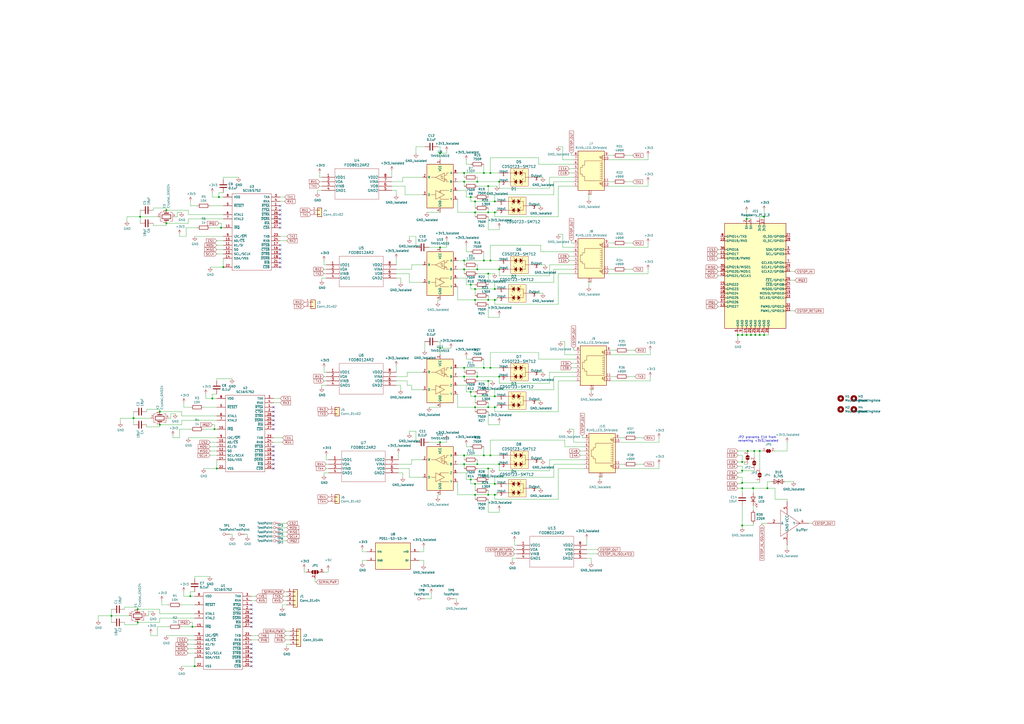
<source format=kicad_sch>
(kicad_sch (version 20210621) (generator eeschema)
  (paper "A2")
  (junction (at 283.21 158.75))
  (junction (at 269.24 105.41))
  (junction (at 255.27 201.93))
  (junction (at 255.27 143.51))
  (junction (at 276.86 105.41))
  (junction (at 127 114.3))
  (junction (at 269.24 151.13))
  (junction (at 287.02 229.87))
  (junction (at 275.59 287.02))
  (junction (at 427.99 194.31))
  (junction (at 269.24 269.24))
  (junction (at 443.23 125.73))
  (junction (at 81.28 125.73))
  (junction (at 255.27 256.54))
  (junction (at 283.21 271.78))
  (junction (at 123.19 231.14))
  (junction (at 129.54 154.94))
  (junction (at 96.52 129.54))
  (junction (at 283.21 123.19))
  (junction (at 287.02 173.99))
  (junction (at 280.67 264.16))
  (junction (at 289.56 269.24))
  (junction (at 125.73 271.78))
  (junction (at 92.71 238.76))
  (junction (at 255.27 88.9))
  (junction (at 92.71 246.38))
  (junction (at 283.21 236.22))
  (junction (at 64.643 357.251))
  (junction (at 283.21 220.98))
  (junction (at 436.88 283.21))
  (junction (at 77.47 242.57))
  (junction (at 443.23 194.31))
  (junction (at 273.05 165.1))
  (junction (at 79.883 361.061))
  (junction (at 124.46 248.92))
  (junction (at 276.86 218.44))
  (junction (at 275.59 236.22))
  (junction (at 275.59 173.99))
  (junction (at 79.883 353.441))
  (junction (at 111.633 363.601))
  (junction (at 284.48 213.36))
  (junction (at 273.05 278.13))
  (junction (at 287.02 280.67))
  (junction (at 289.56 218.44))
  (junction (at 283.21 107.95))
  (junction (at 273.05 227.33))
  (junction (at 269.24 218.44))
  (junction (at 430.53 267.97))
  (junction (at 287.02 123.19))
  (junction (at 284.48 264.16))
  (junction (at 433.705 261.62))
  (junction (at 275.59 229.87))
  (junction (at 437.515 261.62))
  (junction (at 283.21 287.02))
  (junction (at 280.67 100.33))
  (junction (at 287.02 167.64))
  (junction (at 287.02 236.22))
  (junction (at 440.69 194.31))
  (junction (at 275.59 280.67))
  (junction (at 276.86 269.24))
  (junction (at 275.59 167.64))
  (junction (at 275.59 116.84))
  (junction (at 283.21 173.99))
  (junction (at 433.07 194.31))
  (junction (at 275.59 123.19))
  (junction (at 430.53 194.31))
  (junction (at 280.67 151.13))
  (junction (at 438.15 194.31))
  (junction (at 284.48 100.33))
  (junction (at 273.05 114.3))
  (junction (at 289.56 105.41))
  (junction (at 445.135 283.21))
  (junction (at 287.02 287.02))
  (junction (at 269.24 156.21))
  (junction (at 430.53 280.035))
  (junction (at 110.363 345.821))
  (junction (at 112.903 386.461))
  (junction (at 440.69 261.62))
  (junction (at 128.27 132.08))
  (junction (at 289.56 156.21))
  (junction (at 96.52 121.92))
  (junction (at 287.02 116.84))
  (junction (at 430.53 273.05))
  (junction (at 280.67 213.36))
  (junction (at 430.53 304.8))
  (junction (at 269.24 264.16))
  (junction (at 433.07 127))
  (junction (at 435.61 194.31))
  (junction (at 276.86 156.21))
  (junction (at 269.24 100.33))
  (junction (at 430.53 283.21))
  (junction (at 284.48 151.13))
  (junction (at 269.24 213.36))
  (no_connect (at 158.75 266.7))
  (no_connect (at 158.75 246.38))
  (no_connect (at 162.56 147.32))
  (no_connect (at 162.56 129.54))
  (no_connect (at 145.923 383.921))
  (no_connect (at 162.56 142.24))
  (no_connect (at 145.923 376.301))
  (no_connect (at 158.75 243.84))
  (no_connect (at 162.56 149.86))
  (no_connect (at 158.75 238.76))
  (no_connect (at 158.75 269.24))
  (no_connect (at 158.75 264.16))
  (no_connect (at 145.923 355.981))
  (no_connect (at 145.923 353.441))
  (no_connect (at 162.56 127))
  (no_connect (at 162.56 144.78))
  (no_connect (at 158.75 248.92))
  (no_connect (at 145.923 361.061))
  (no_connect (at 162.56 152.4))
  (no_connect (at 158.75 261.62))
  (no_connect (at 158.75 271.78))
  (no_connect (at 145.923 386.461))
  (no_connect (at 162.56 119.38))
  (no_connect (at 158.75 259.08))
  (no_connect (at 158.75 236.22))
  (no_connect (at 162.56 121.92))
  (no_connect (at 158.75 241.3))
  (no_connect (at 145.923 350.901))
  (no_connect (at 162.56 124.46))
  (no_connect (at 145.923 363.601))
  (no_connect (at 145.923 373.761))
  (no_connect (at 145.923 378.841))
  (no_connect (at 162.56 132.08))
  (no_connect (at 145.923 381.381))
  (no_connect (at 145.923 358.521))
  (no_connect (at 162.56 154.94))
  (wire (pts (xy 273.05 146.05) (xy 270.51 146.05)))
  (wire (pts (xy 427.99 270.51) (xy 430.53 270.51)))
  (wire (pts (xy 269.24 156.21) (xy 276.86 156.21)))
  (wire (pts (xy 445.77 194.31) (xy 445.77 193.04)))
  (wire (pts (xy 347.98 276.86) (xy 347.98 278.13)))
  (wire (pts (xy 129.54 142.24) (xy 125.73 142.24)))
  (wire (pts (xy 284.48 255.27) (xy 327.66 255.27)))
  (wire (pts (xy 436.88 303.53) (xy 436.88 304.8)))
  (wire (pts (xy 430.53 194.31) (xy 433.07 194.31)))
  (wire (pts (xy 246.38 347.345) (xy 250.19 347.345)))
  (wire (pts (xy 321.31 276.86) (xy 321.31 269.24)))
  (wire (pts (xy 289.56 132.08) (xy 289.56 133.35)))
  (wire (pts (xy 458.47 157.48) (xy 461.01 157.48)))
  (wire (pts (xy 313.69 146.05) (xy 313.69 142.24)))
  (wire (pts (xy 129.54 111.76) (xy 127 111.76)))
  (wire (pts (xy 355.6 156.21) (xy 353.06 156.21)))
  (wire (pts (xy 81.28 129.54) (xy 81.28 125.73)))
  (wire (pts (xy 189.23 269.24) (xy 190.5 269.24)))
  (wire (pts (xy 236.22 215.9) (xy 236.22 218.44)))
  (wire (pts (xy 416.56 144.78) (xy 417.83 144.78)))
  (wire (pts (xy 340.36 323.85) (xy 342.9 323.85)))
  (wire (pts (xy 123.19 228.6) (xy 123.19 231.14)))
  (wire (pts (xy 275.59 173.99) (xy 275.59 176.53)))
  (wire (pts (xy 332.74 143.51) (xy 326.39 143.51)))
  (wire (pts (xy 318.77 109.22) (xy 318.77 102.87)))
  (wire (pts (xy 283.21 238.76) (xy 283.21 246.38)))
  (wire (pts (xy 133.35 309.88) (xy 134.62 309.88)))
  (wire (pts (xy 458.47 180.34) (xy 461.01 180.34)))
  (wire (pts (xy 321.31 218.44) (xy 334.01 218.44)))
  (wire (pts (xy 273.05 280.67) (xy 275.59 280.67)))
  (wire (pts (xy 259.08 143.51) (xy 255.27 143.51)))
  (wire (pts (xy 355.6 105.41) (xy 353.06 105.41)))
  (wire (pts (xy 96.52 129.54) (xy 96.52 130.81)))
  (wire (pts (xy 441.96 304.165) (xy 441.96 303.53)))
  (wire (pts (xy 326.39 85.09) (xy 323.85 85.09)))
  (wire (pts (xy 241.3 137.16) (xy 237.49 137.16)))
  (wire (pts (xy 363.22 156.21) (xy 367.03 156.21)))
  (wire (pts (xy 337.82 252.73) (xy 337.82 254)))
  (wire (pts (xy 110.363 361.061) (xy 111.633 361.061)))
  (wire (pts (xy 312.42 266.7) (xy 314.96 266.7)))
  (wire (pts (xy 287.02 280.67) (xy 287.02 276.86)))
  (wire (pts (xy 312.42 102.87) (xy 314.96 102.87)))
  (wire (pts (xy 276.86 153.67) (xy 276.86 156.21)))
  (wire (pts (xy 430.53 274.32) (xy 427.99 274.32)))
  (wire (pts (xy 318.77 273.05) (xy 289.56 273.05)))
  (wire (pts (xy 283.21 114.3) (xy 283.21 107.95)))
  (wire (pts (xy 234.95 107.95) (xy 227.33 107.95)))
  (wire (pts (xy 377.19 203.2) (xy 377.19 205.74)))
  (wire (pts (xy 298.45 321.31) (xy 299.72 321.31)))
  (wire (pts (xy 416.56 154.94) (xy 417.83 154.94)))
  (wire (pts (xy 187.96 153.67) (xy 189.23 153.67)))
  (wire (pts (xy 229.87 153.67) (xy 229.87 149.86)))
  (wire (pts (xy 330.2 151.13) (xy 332.74 151.13)))
  (wire (pts (xy 416.56 149.86) (xy 417.83 149.86)))
  (wire (pts (xy 438.15 194.31) (xy 438.15 193.04)))
  (wire (pts (xy 275.59 123.19) (xy 283.21 123.19)))
  (wire (pts (xy 158.75 231.14) (xy 162.56 231.14)))
  (wire (pts (xy 363.22 105.41) (xy 367.03 105.41)))
  (wire (pts (xy 255.27 85.09) (xy 255.27 88.9)))
  (wire (pts (xy 112.903 334.391) (xy 112.903 335.661)))
  (wire (pts (xy 129.54 149.86) (xy 129.54 154.94)))
  (wire (pts (xy 323.85 238.76) (xy 323.85 220.98)))
  (wire (pts (xy 298.45 316.23) (xy 299.72 316.23)))
  (wire (pts (xy 270.51 274.32) (xy 270.51 278.13)))
  (wire (pts (xy 289.56 273.05) (xy 289.56 269.24)))
  (wire (pts (xy 311.15 170.18) (xy 314.96 170.18)))
  (wire (pts (xy 269.24 153.67) (xy 269.24 151.13)))
  (wire (pts (xy 189.23 264.16) (xy 189.23 266.7)))
  (wire (pts (xy 436.88 285.75) (xy 436.88 283.21)))
  (wire (pts (xy 283.21 158.75) (xy 287.02 158.75)))
  (wire (pts (xy 287.02 163.83) (xy 321.31 163.83)))
  (wire (pts (xy 275.59 287.02) (xy 283.21 287.02)))
  (wire (pts (xy 229.87 110.49) (xy 229.87 113.03)))
  (wire (pts (xy 276.86 218.44) (xy 289.56 218.44)))
  (wire (pts (xy 88.9 120.65) (xy 88.9 121.92)))
  (wire (pts (xy 273.05 278.13) (xy 275.59 278.13)))
  (wire (pts (xy 427.99 276.86) (xy 430.53 276.86)))
  (wire (pts (xy 275.59 233.68) (xy 275.59 229.87)))
  (wire (pts (xy 265.43 287.02) (xy 275.59 287.02)))
  (wire (pts (xy 273.05 165.1) (xy 273.05 167.64)))
  (wire (pts (xy 247.65 123.19) (xy 255.27 123.19)))
  (wire (pts (xy 427.99 264.16) (xy 430.53 264.16)))
  (wire (pts (xy 57.023 357.251) (xy 57.023 359.791)))
  (wire (pts (xy 229.87 161.29) (xy 232.41 161.29)))
  (wire (pts (xy 375.92 158.75) (xy 353.06 158.75)))
  (wire (pts (xy 283.21 123.19) (xy 287.02 123.19)))
  (wire (pts (xy 125.73 231.14) (xy 123.19 231.14)))
  (wire (pts (xy 340.36 316.23) (xy 340.36 312.42)))
  (wire (pts (xy 430.53 270.51) (xy 430.53 273.05)))
  (wire (pts (xy 430.53 273.05) (xy 430.53 274.32)))
  (wire (pts (xy 318.77 109.22) (xy 289.56 109.22)))
  (wire (pts (xy 187.96 158.75) (xy 189.23 158.75)))
  (wire (pts (xy 327.66 198.12) (xy 325.12 198.12)))
  (wire (pts (xy 276.86 215.9) (xy 276.86 218.44)))
  (wire (pts (xy 332.74 201.93) (xy 332.74 203.2)))
  (wire (pts (xy 270.51 278.13) (xy 273.05 278.13)))
  (wire (pts (xy 283.21 227.33) (xy 283.21 220.98)))
  (wire (pts (xy 430.53 283.21) (xy 430.53 285.75)))
  (wire (pts (xy 231.14 266.7) (xy 231.14 262.89)))
  (wire (pts (xy 287.02 116.84) (xy 287.02 113.03)))
  (wire (pts (xy 289.56 184.15) (xy 283.21 184.15)))
  (wire (pts (xy 162.56 139.7) (xy 166.37 139.7)))
  (wire (pts (xy 72.263 362.331) (xy 72.263 361.061)))
  (wire (pts (xy 456.565 256.54) (xy 456.565 261.62)))
  (wire (pts (xy 361.95 269.24) (xy 359.41 269.24)))
  (wire (pts (xy 283.21 176.53) (xy 283.21 184.15)))
  (wire (pts (xy 111.633 363.601) (xy 105.283 363.601)))
  (wire (pts (xy 265.43 236.22) (xy 275.59 236.22)))
  (wire (pts (xy 323.85 158.75) (xy 332.74 158.75)))
  (wire (pts (xy 113.03 137.16) (xy 129.54 137.16)))
  (wire (pts (xy 289.56 222.25) (xy 289.56 218.44)))
  (wire (pts (xy 280.67 151.13) (xy 284.48 151.13)))
  (wire (pts (xy 96.52 121.92) (xy 96.52 120.65)))
  (wire (pts (xy 321.31 156.21) (xy 332.74 156.21)))
  (wire (pts (xy 334.01 205.74) (xy 327.66 205.74)))
  (wire (pts (xy 323.85 125.73) (xy 323.85 107.95)))
  (wire (pts (xy 149.733 368.681) (xy 145.923 368.681)))
  (wire (pts (xy 430.53 283.21) (xy 436.88 283.21)))
  (wire (pts (xy 318.77 215.9) (xy 334.01 215.9)))
  (wire (pts (xy 273.05 229.87) (xy 275.59 229.87)))
  (wire (pts (xy 92.71 237.49) (xy 85.09 237.49)))
  (wire (pts (xy 187.833 331.851) (xy 190.373 331.851)))
  (wire (pts (xy 190.373 331.851) (xy 190.373 330.581)))
  (wire (pts (xy 284.48 213.36) (xy 289.56 213.36)))
  (wire (pts (xy 166.243 375.031) (xy 166.243 373.761)))
  (wire (pts (xy 166.243 373.761) (xy 168.148 373.761)))
  (wire (pts (xy 449.58 283.21) (xy 449.58 289.56)))
  (wire (pts (xy 85.09 237.49) (xy 85.09 238.76)))
  (wire (pts (xy 331.47 88.9) (xy 331.47 90.17)))
  (wire (pts (xy 158.75 256.54) (xy 163.83 256.54)))
  (wire (pts (xy 254 173.99) (xy 254 175.26)))
  (wire (pts (xy 229.87 223.52) (xy 232.41 223.52)))
  (wire (pts (xy 106.68 236.22) (xy 106.68 233.68)))
  (wire (pts (xy 270.51 142.24) (xy 270.51 146.05)))
  (wire (pts (xy 332.74 92.71) (xy 326.39 92.71)))
  (wire (pts (xy 79.883 362.331) (xy 72.263 362.331)))
  (wire (pts (xy 238.76 226.06) (xy 245.11 226.06)))
  (wire (pts (xy 369.57 254) (xy 373.38 254)))
  (wire (pts (xy 234.95 113.03) (xy 245.11 113.03)))
  (wire (pts (xy 123.19 246.38) (xy 124.46 246.38)))
  (wire (pts (xy 340.36 321.31) (xy 346.71 321.31)))
  (wire (pts (xy 162.56 308.61) (xy 166.37 308.61)))
  (wire (pts (xy 129.54 144.78) (xy 125.73 144.78)))
  (wire (pts (xy 416.56 147.32) (xy 417.83 147.32)))
  (wire (pts (xy 184.15 111.76) (xy 184.15 110.49)))
  (wire (pts (xy 79.883 361.061) (xy 79.883 362.331)))
  (wire (pts (xy 289.56 182.88) (xy 289.56 184.15)))
  (wire (pts (xy 237.49 163.83) (xy 245.11 163.83)))
  (wire (pts (xy 210.185 320.04) (xy 212.725 320.04)))
  (wire (pts (xy 112.903 345.821) (xy 110.363 345.821)))
  (wire (pts (xy 265.43 166.37) (xy 265.43 173.99)))
  (wire (pts (xy 186.69 223.52) (xy 189.23 223.52)))
  (wire (pts (xy 436.88 293.37) (xy 436.88 295.91)))
  (wire (pts (xy 287.02 229.87) (xy 288.29 229.87)))
  (wire (pts (xy 287.02 280.67) (xy 288.29 280.67)))
  (wire (pts (xy 416.56 160.02) (xy 417.83 160.02)))
  (wire (pts (xy 104.14 248.92) (xy 104.14 254)))
  (wire (pts (xy 162.56 311.15) (xy 166.37 311.15)))
  (wire (pts (xy 331.47 140.97) (xy 332.74 140.97)))
  (wire (pts (xy 259.08 88.9) (xy 255.27 88.9)))
  (wire (pts (xy 469.265 303.53) (xy 471.17 303.53)))
  (wire (pts (xy 334.01 210.82) (xy 331.47 210.82)))
  (wire (pts (xy 273.05 165.1) (xy 275.59 165.1)))
  (wire (pts (xy 289.56 245.11) (xy 289.56 246.38)))
  (wire (pts (xy 237.49 271.78) (xy 237.49 276.86)))
  (wire (pts (xy 433.07 122.555) (xy 433.07 127)))
  (wire (pts (xy 265.43 228.6) (xy 265.43 236.22)))
  (wire (pts (xy 81.28 125.73) (xy 73.66 125.73)))
  (wire (pts (xy 91.44 125.73) (xy 81.28 125.73)))
  (wire (pts (xy 124.46 246.38) (xy 124.46 248.92)))
  (wire (pts (xy 265.43 115.57) (xy 265.43 123.19)))
  (wire (pts (xy 361.95 254) (xy 359.41 254)))
  (wire (pts (xy 283.21 120.65) (xy 283.21 123.19)))
  (wire (pts (xy 109.22 121.92) (xy 96.52 121.92)))
  (wire (pts (xy 430.53 267.97) (xy 427.99 267.97)))
  (wire (pts (xy 416.56 157.48) (xy 417.83 157.48)))
  (wire (pts (xy 187.96 218.44) (xy 189.23 218.44)))
  (wire (pts (xy 436.88 283.21) (xy 445.135 283.21)))
  (wire (pts (xy 445.135 283.21) (xy 449.58 283.21)))
  (wire (pts (xy 127 114.3) (xy 123.19 114.3)))
  (wire (pts (xy 289.56 160.02) (xy 289.56 156.21)))
  (wire (pts (xy 275.59 236.22) (xy 283.21 236.22)))
  (wire (pts (xy 332.74 97.79) (xy 330.2 97.79)))
  (wire (pts (xy 255.27 287.02) (xy 254 287.02)))
  (wire (pts (xy 455.295 279.4) (xy 460.375 279.4)))
  (wire (pts (xy 236.22 223.52) (xy 238.76 223.52)))
  (wire (pts (xy 283.21 278.13) (xy 283.21 271.78)))
  (wire (pts (xy 112.903 350.901) (xy 105.283 350.901)))
  (wire (pts (xy 280.67 95.25) (xy 280.67 100.33)))
  (wire (pts (xy 283.21 165.1) (xy 283.21 158.75)))
  (wire (pts (xy 443.23 121.92) (xy 443.23 125.73)))
  (wire (pts (xy 287.02 116.84) (xy 288.29 116.84)))
  (wire (pts (xy 269.24 266.7) (xy 269.24 264.16)))
  (wire (pts (xy 238.76 156.21) (xy 229.87 156.21)))
  (wire (pts (xy 430.53 264.16) (xy 430.53 267.97)))
  (wire (pts (xy 265.43 105.41) (xy 269.24 105.41)))
  (wire (pts (xy 210.185 325.12) (xy 212.725 325.12)))
  (wire (pts (xy 125.73 259.08) (xy 121.92 259.08)))
  (wire (pts (xy 227.33 102.87) (xy 227.33 99.06)))
  (wire (pts (xy 265.43 279.4) (xy 265.43 287.02)))
  (wire (pts (xy 265.43 269.24) (xy 269.24 269.24)))
  (wire (pts (xy 265.43 110.49) (xy 270.51 110.49)))
  (wire (pts (xy 96.52 130.81) (xy 88.9 130.81)))
  (wire (pts (xy 109.22 129.54) (xy 96.52 129.54)))
  (wire (pts (xy 341.63 163.83) (xy 341.63 166.37)))
  (wire (pts (xy 327.66 198.12) (xy 327.66 205.74)))
  (wire (pts (xy 86.233 357.251) (xy 84.963 357.251)))
  (wire (pts (xy 298.45 313.69) (xy 298.45 316.23)))
  (wire (pts (xy 255.27 173.99) (xy 254 173.99)))
  (wire (pts (xy 125.73 228.6) (xy 123.19 228.6)))
  (wire (pts (xy 342.9 226.06) (xy 342.9 227.33)))
  (wire (pts (xy 364.49 203.2) (xy 368.3 203.2)))
  (wire (pts (xy 129.54 147.32) (xy 125.73 147.32)))
  (wire (pts (xy 125.73 243.84) (xy 105.41 243.84)))
  (wire (pts (xy 276.86 105.41) (xy 289.56 105.41)))
  (wire (pts (xy 104.14 248.92) (xy 110.49 248.92)))
  (wire (pts (xy 270.51 92.71) (xy 270.51 95.25)))
  (wire (pts (xy 346.71 318.77) (xy 340.36 318.77)))
  (wire (pts (xy 255.27 143.51) (xy 248.92 143.51)))
  (wire (pts (xy 449.58 289.56) (xy 456.565 289.56)))
  (wire (pts (xy 456.565 289.56) (xy 456.565 290.83)))
  (wire (pts (xy 273.05 278.13) (xy 273.05 280.67)))
  (wire (pts (xy 323.85 289.56) (xy 323.85 271.78)))
  (wire (pts (xy 311.15 119.38) (xy 313.69 119.38)))
  (wire (pts (xy 105.41 243.84) (xy 105.41 246.38)))
  (wire (pts (xy 129.54 114.3) (xy 127 114.3)))
  (wire (pts (xy 210.185 318.77) (xy 210.185 320.04)))
  (wire (pts (xy 342.9 163.83) (xy 341.63 163.83)))
  (wire (pts (xy 187.96 213.36) (xy 187.96 215.9)))
  (wire (pts (xy 241.3 85.09) (xy 241.3 88.9)))
  (wire (pts (xy 265.43 218.44) (xy 269.24 218.44)))
  (wire (pts (xy 313.69 146.05) (xy 332.74 146.05)))
  (wire (pts (xy 382.27 271.78) (xy 359.41 271.78)))
  (wire (pts (xy 104.14 254) (xy 100.33 254)))
  (wire (pts (xy 280.67 146.05) (xy 280.67 151.13)))
  (wire (pts (xy 275.59 229.87) (xy 287.02 229.87)))
  (wire (pts (xy 382.27 256.54) (xy 359.41 256.54)))
  (wire (pts (xy 112.903 363.601) (xy 111.633 363.601)))
  (wire (pts (xy 288.29 123.19) (xy 288.29 121.92)))
  (wire (pts (xy 105.41 238.76) (xy 92.71 238.76)))
  (wire (pts (xy 280.67 208.28) (xy 280.67 213.36)))
  (wire (pts (xy 430.53 267.97) (xy 431.8 267.97)))
  (wire (pts (xy 431.8 267.97) (xy 431.8 269.24)))
  (wire (pts (xy 431.8 269.24) (xy 433.705 269.24)))
  (wire (pts (xy 237.49 276.86) (xy 245.11 276.86)))
  (wire (pts (xy 339.09 256.54) (xy 332.74 256.54)))
  (wire (pts (xy 105.41 123.19) (xy 102.87 123.19)))
  (wire (pts (xy 297.18 323.85) (xy 299.72 323.85)))
  (wire (pts (xy 110.49 236.22) (xy 106.68 236.22)))
  (wire (pts (xy 238.76 266.7) (xy 245.11 266.7)))
  (wire (pts (xy 112.903 371.221) (xy 109.093 371.221)))
  (wire (pts (xy 245.11 215.9) (xy 236.22 215.9)))
  (wire (pts (xy 312.42 208.28) (xy 312.42 204.47)))
  (wire (pts (xy 164.973 343.281) (xy 166.243 343.281)))
  (wire (pts (xy 134.62 219.71) (xy 125.73 219.71)))
  (wire (pts (xy 269.24 213.36) (xy 280.67 213.36)))
  (wire (pts (xy 269.24 107.95) (xy 269.24 105.41)))
  (wire (pts (xy 185.42 102.87) (xy 186.69 102.87)))
  (wire (pts (xy 162.56 114.3) (xy 165.1 114.3)))
  (wire (pts (xy 69.85 242.57) (xy 69.85 245.11)))
  (wire (pts (xy 321.31 113.03) (xy 321.31 105.41)))
  (wire (pts (xy 275.59 171.45) (xy 275.59 167.64)))
  (wire (pts (xy 93.853 350.901) (xy 93.853 348.361)))
  (wire (pts (xy 241.3 256.54) (xy 241.3 250.19)))
  (wire (pts (xy 255.27 198.12) (xy 255.27 201.93)))
  (wire (pts (xy 129.54 154.94) (xy 121.92 154.94)))
  (wire (pts (xy 280.67 100.33) (xy 284.48 100.33)))
  (wire (pts (xy 263.525 347.345) (xy 264.795 347.345)))
  (wire (pts (xy 129.54 124.46) (xy 109.22 124.46)))
  (wire (pts (xy 185.42 105.41) (xy 186.69 105.41)))
  (wire (pts (xy 275.59 116.84) (xy 287.02 116.84)))
  (wire (pts (xy 273.05 114.3) (xy 273.05 116.84)))
  (wire (pts (xy 342.9 113.03) (xy 341.63 113.03)))
  (wire (pts (xy 269.24 158.75) (xy 269.24 156.21)))
  (wire (pts (xy 77.47 246.38) (xy 77.47 242.57)))
  (wire (pts (xy 265.43 213.36) (xy 269.24 213.36)))
  (wire (pts (xy 283.21 233.68) (xy 283.21 236.22)))
  (wire (pts (xy 72.263 352.171) (xy 72.263 353.441)))
  (wire (pts (xy 92.71 246.38) (xy 92.71 247.65)))
  (wire (pts (xy 255.27 201.93) (xy 261.62 201.93)))
  (wire (pts (xy 427.99 196.85) (xy 427.99 194.31)))
  (wire (pts (xy 287.02 276.86) (xy 321.31 276.86)))
  (wire (pts (xy 158.75 254) (xy 163.83 254)))
  (wire (pts (xy 275.59 123.19) (xy 275.59 125.73)))
  (wire (pts (xy 138.43 102.87) (xy 129.54 102.87)))
  (wire (pts (xy 287.02 287.02) (xy 287.02 289.56)))
  (wire (pts (xy 323.85 220.98) (xy 334.01 220.98)))
  (wire (pts (xy 287.02 226.06) (xy 321.31 226.06)))
  (wire (pts (xy 276.86 156.21) (xy 289.56 156.21)))
  (wire (pts (xy 142.24 309.88) (xy 143.51 309.88)))
  (wire (pts (xy 101.6 240.03) (xy 99.06 240.03)))
  (wire (pts (xy 254 198.12) (xy 255.27 198.12)))
  (wire (pts (xy 283.21 220.98) (xy 285.75 220.98)))
  (wire (pts (xy 129.54 132.08) (xy 128.27 132.08)))
  (wire (pts (xy 87.63 242.57) (xy 77.47 242.57)))
  (wire (pts (xy 64.643 357.251) (xy 57.023 357.251)))
  (wire (pts (xy 275.59 284.48) (xy 275.59 280.67)))
  (wire (pts (xy 275.59 120.65) (xy 275.59 116.84)))
  (wire (pts (xy 283.21 289.56) (xy 283.21 297.18)))
  (wire (pts (xy 102.87 123.19) (xy 102.87 125.73)))
  (wire (pts (xy 162.56 313.69) (xy 166.37 313.69)))
  (wire (pts (xy 269.24 151.13) (xy 280.67 151.13)))
  (wire (pts (xy 187.96 220.98) (xy 189.23 220.98)))
  (wire (pts (xy 435.61 194.31) (xy 438.15 194.31)))
  (wire (pts (xy 269.24 215.9) (xy 269.24 213.36)))
  (wire (pts (xy 92.583 358.521) (xy 92.583 361.061)))
  (wire (pts (xy 375.92 143.51) (xy 353.06 143.51)))
  (wire (pts (xy 458.47 162.56) (xy 461.137 162.56)))
  (wire (pts (xy 269.24 102.87) (xy 269.24 100.33)))
  (wire (pts (xy 96.52 120.65) (xy 88.9 120.65)))
  (wire (pts (xy 332.74 248.92) (xy 330.2 248.92)))
  (wire (pts (xy 382.27 254) (xy 382.27 256.54)))
  (wire (pts (xy 276.86 271.78) (xy 283.21 271.78)))
  (wire (pts (xy 185.42 107.95) (xy 186.69 107.95)))
  (wire (pts (xy 164.338 345.821) (xy 166.243 345.821)))
  (wire (pts (xy 187.96 274.32) (xy 190.5 274.32)))
  (wire (pts (xy 111.633 361.061) (xy 111.633 363.601)))
  (wire (pts (xy 77.47 242.57) (xy 77.47 238.76)))
  (wire (pts (xy 91.313 363.601) (xy 97.663 363.601)))
  (wire (pts (xy 92.583 353.441) (xy 79.883 353.441)))
  (wire (pts (xy 331.47 139.7) (xy 331.47 140.97)))
  (wire (pts (xy 273.05 114.3) (xy 275.59 114.3)))
  (wire (pts (xy 287.02 229.87) (xy 287.02 226.06)))
  (wire (pts (xy 121.793 334.391) (xy 112.903 334.391)))
  (wire (pts (xy 186.69 161.29) (xy 189.23 161.29)))
  (wire (pts (xy 332.74 203.2) (xy 334.01 203.2)))
  (wire (pts (xy 265.43 173.99) (xy 275.59 173.99)))
  (wire (pts (xy 375.92 105.41) (xy 375.92 107.95)))
  (wire (pts (xy 433.07 127) (xy 435.61 127)))
  (wire (pts (xy 289.56 133.35) (xy 283.21 133.35)))
  (wire (pts (xy 327.66 259.08) (xy 339.09 259.08)))
  (wire (pts (xy 79.883 353.441) (xy 79.883 352.171)))
  (wire (pts (xy 430.53 280.67) (xy 427.99 280.67)))
  (wire (pts (xy 273.05 259.08) (xy 270.51 259.08)))
  (wire (pts (xy 430.53 193.04) (xy 430.53 194.31)))
  (wire (pts (xy 312.42 95.25) (xy 312.42 91.44)))
  (wire (pts (xy 129.54 119.38) (xy 121.92 119.38)))
  (wire (pts (xy 283.21 171.45) (xy 283.21 173.99)))
  (wire (pts (xy 265.43 274.32) (xy 270.51 274.32)))
  (wire (pts (xy 105.41 241.3) (xy 105.41 238.76)))
  (wire (pts (xy 265.43 100.33) (xy 269.24 100.33)))
  (wire (pts (xy 326.39 143.51) (xy 326.39 135.89)))
  (wire (pts (xy 125.73 248.92) (xy 124.46 248.92)))
  (wire (pts (xy 318.77 273.05) (xy 318.77 266.7)))
  (wire (pts (xy 275.59 287.02) (xy 275.59 289.56)))
  (wire (pts (xy 269.24 264.16) (xy 280.67 264.16)))
  (wire (pts (xy 176.403 331.851) (xy 177.673 331.851)))
  (wire (pts (xy 176.403 329.946) (xy 176.403 331.851)))
  (wire (pts (xy 443.23 194.31) (xy 445.77 194.31)))
  (wire (pts (xy 289.56 109.22) (xy 289.56 105.41)))
  (wire (pts (xy 107.95 132.08) (xy 107.95 137.16)))
  (wire (pts (xy 265.43 151.13) (xy 269.24 151.13)))
  (wire (pts (xy 276.86 266.7) (xy 276.86 269.24)))
  (wire (pts (xy 104.14 137.16) (xy 104.14 135.89)))
  (wire (pts (xy 96.393 368.681) (xy 112.903 368.681)))
  (wire (pts (xy 106.553 345.821) (xy 106.553 343.281)))
  (wire (pts (xy 273.05 116.84) (xy 275.59 116.84)))
  (wire (pts (xy 438.15 194.31) (xy 440.69 194.31)))
  (wire (pts (xy 275.59 236.22) (xy 275.59 238.76)))
  (wire (pts (xy 114.3 119.38) (xy 110.49 119.38)))
  (wire (pts (xy 289.56 295.91) (xy 289.56 297.18)))
  (wire (pts (xy 229.87 215.9) (xy 229.87 212.09)))
  (wire (pts (xy 287.02 287.02) (xy 288.29 287.02)))
  (wire (pts (xy 287.02 236.22) (xy 287.02 238.76)))
  (wire (pts (xy 238.76 269.24) (xy 238.76 266.7)))
  (wire (pts (xy 127 129.54) (xy 128.27 129.54)))
  (wire (pts (xy 112.903 358.521) (xy 92.583 358.521)))
  (wire (pts (xy 283.21 173.99) (xy 287.02 173.99)))
  (wire (pts (xy 265.43 264.16) (xy 269.24 264.16)))
  (wire (pts (xy 162.56 303.53) (xy 166.37 303.53)))
  (wire (pts (xy 375.92 107.95) (xy 353.06 107.95)))
  (wire (pts (xy 259.08 139.7) (xy 259.08 143.51)))
  (wire (pts (xy 250.19 344.17) (xy 250.19 347.345)))
  (wire (pts (xy 273.05 227.33) (xy 273.05 229.87)))
  (wire (pts (xy 443.23 125.73) (xy 443.23 127)))
  (wire (pts (xy 270.51 165.1) (xy 273.05 165.1)))
  (wire (pts (xy 364.49 218.44) (xy 368.3 218.44)))
  (wire (pts (xy 445.135 279.4) (xy 445.135 283.21)))
  (wire (pts (xy 447.675 279.4) (xy 445.135 279.4)))
  (wire (pts (xy 109.22 127) (xy 109.22 129.54)))
  (wire (pts (xy 107.95 132.08) (xy 114.3 132.08)))
  (wire (pts (xy 238.76 223.52) (xy 238.76 226.06)))
  (wire (pts (xy 73.66 125.73) (xy 73.66 128.27)))
  (wire (pts (xy 229.87 220.98) (xy 236.22 220.98)))
  (wire (pts (xy 143.51 309.88) (xy 143.51 311.15)))
  (wire (pts (xy 227.33 110.49) (xy 229.87 110.49)))
  (wire (pts (xy 128.27 132.08) (xy 121.92 132.08)))
  (wire (pts (xy 339.09 261.62) (xy 336.55 261.62)))
  (wire (pts (xy 326.39 92.71) (xy 326.39 85.09)))
  (wire (pts (xy 355.6 140.97) (xy 353.06 140.97)))
  (wire (pts (xy 145.923 348.361) (xy 148.463 348.361)))
  (wire (pts (xy 284.48 151.13) (xy 284.48 142.24)))
  (wire (pts (xy 337.82 254) (xy 339.09 254)))
  (wire (pts (xy 187.96 151.13) (xy 187.96 153.67)))
  (wire (pts (xy 185.42 100.33) (xy 185.42 102.87)))
  (wire (pts (xy 123.19 114.3) (xy 123.19 111.76)))
  (wire (pts (xy 187.96 215.9) (xy 189.23 215.9)))
  (wire (pts (xy 430.53 194.31) (xy 427.99 194.31)))
  (wire (pts (xy 276.86 220.98) (xy 283.21 220.98)))
  (wire (pts (xy 85.09 247.65) (xy 85.09 246.38)))
  (wire (pts (xy 332.74 256.54) (xy 332.74 248.92)))
  (wire (pts (xy 99.06 242.57) (xy 97.79 242.57)))
  (wire (pts (xy 100.33 254) (xy 100.33 252.73)))
  (wire (pts (xy 440.69 194.31) (xy 440.69 193.04)))
  (wire (pts (xy 377.19 220.98) (xy 354.33 220.98)))
  (wire (pts (xy 275.59 173.99) (xy 283.21 173.99)))
  (wire (pts (xy 437.515 261.62) (xy 437.515 264.795)))
  (wire (pts (xy 125.73 266.7) (xy 125.73 271.78)))
  (wire (pts (xy 356.87 203.2) (xy 354.33 203.2)))
  (wire (pts (xy 127 111.76) (xy 127 114.3)))
  (wire (pts (xy 330.2 100.33) (xy 332.74 100.33)))
  (wire (pts (xy 119.38 231.14) (xy 119.38 228.6)))
  (wire (pts (xy 280.67 213.36) (xy 284.48 213.36)))
  (wire (pts (xy 264.795 347.345) (xy 264.795 348.615)))
  (wire (pts (xy 112.903 373.761) (xy 109.093 373.761)))
  (wire (pts (xy 323.85 271.78) (xy 339.09 271.78)))
  (wire (pts (xy 287.02 236.22) (xy 288.29 236.22)))
  (wire (pts (xy 88.773 354.711) (xy 86.233 354.711)))
  (wire (pts (xy 112.903 376.301) (xy 109.093 376.301)))
  (wire (pts (xy 297.18 325.12) (xy 297.18 323.85)))
  (wire (pts (xy 436.88 304.8) (xy 430.53 304.8)))
  (wire (pts (xy 318.77 102.87) (xy 332.74 102.87)))
  (wire (pts (xy 81.28 125.73) (xy 81.28 121.92)))
  (wire (pts (xy 273.05 167.64) (xy 275.59 167.64)))
  (wire (pts (xy 331.47 90.17) (xy 332.74 90.17)))
  (wire (pts (xy 99.06 240.03) (xy 99.06 242.57)))
  (wire (pts (xy 233.68 105.41) (xy 233.68 102.87)))
  (wire (pts (xy 323.85 176.53) (xy 323.85 158.75)))
  (wire (pts (xy 227.33 105.41) (xy 233.68 105.41)))
  (wire (pts (xy 129.54 139.7) (xy 125.73 139.7)))
  (wire (pts (xy 355.6 90.17) (xy 353.06 90.17)))
  (wire (pts (xy 125.73 264.16) (xy 121.92 264.16)))
  (wire (pts (xy 255.27 201.93) (xy 255.27 205.74)))
  (wire (pts (xy 377.19 205.74) (xy 354.33 205.74)))
  (wire (pts (xy 241.3 143.51) (xy 241.3 137.16)))
  (wire (pts (xy 283.21 271.78) (xy 285.75 271.78)))
  (wire (pts (xy 189.23 266.7) (xy 190.5 266.7)))
  (wire (pts (xy 246.38 198.12) (xy 246.38 203.2)))
  (wire (pts (xy 433.07 194.31) (xy 433.07 193.04)))
  (wire (pts (xy 287.02 289.56) (xy 323.85 289.56)))
  (wire (pts (xy 375.92 90.17) (xy 375.92 92.71)))
  (wire (pts (xy 287.02 125.73) (xy 323.85 125.73)))
  (wire (pts (xy 265.43 123.19) (xy 275.59 123.19)))
  (wire (pts (xy 363.22 140.97) (xy 367.03 140.97)))
  (wire (pts (xy 125.73 236.22) (xy 118.11 236.22)))
  (wire (pts (xy 187.96 275.59) (xy 187.96 274.32)))
  (wire (pts (xy 237.49 137.16) (xy 237.49 138.43)))
  (wire (pts (xy 238.76 269.24) (xy 231.14 269.24)))
  (wire (pts (xy 241.3 250.19) (xy 237.49 250.19)))
  (wire (pts (xy 440.69 125.73) (xy 443.23 125.73)))
  (wire (pts (xy 336.55 264.16) (xy 339.09 264.16)))
  (wire (pts (xy 273.05 95.25) (xy 270.51 95.25)))
  (wire (pts (xy 162.56 116.84) (xy 165.1 116.84)))
  (wire (pts (xy 356.87 218.44) (xy 354.33 218.44)))
  (wire (pts (xy 238.76 156.21) (xy 238.76 153.67)))
  (wire (pts (xy 430.53 280.035) (xy 440.69 280.035)))
  (wire (pts (xy 440.69 280.035) (xy 440.69 279.4)))
  (wire (pts (xy 435.61 194.31) (xy 435.61 193.04)))
  (wire (pts (xy 189.23 271.78) (xy 190.5 271.78)))
  (wire (pts (xy 210.185 326.39) (xy 210.185 325.12)))
  (wire (pts (xy 265.43 156.21) (xy 269.24 156.21)))
  (wire (pts (xy 186.69 162.56) (xy 186.69 161.29)))
  (wire (pts (xy 284.48 100.33) (xy 284.48 91.44)))
  (wire (pts (xy 145.923 371.221) (xy 149.733 371.221)))
  (wire (pts (xy 259.08 255.27) (xy 259.08 256.54)))
  (wire (pts (xy 416.56 175.26) (xy 417.83 175.26)))
  (wire (pts (xy 312.42 215.9) (xy 314.96 215.9)))
  (wire (pts (xy 259.08 256.54) (xy 255.27 256.54)))
  (wire (pts (xy 280.67 264.16) (xy 284.48 264.16)))
  (wire (pts (xy 145.923 345.821) (xy 148.463 345.821)))
  (wire (pts (xy 125.73 219.71) (xy 125.73 220.98)))
  (wire (pts (xy 112.903 343.281) (xy 110.363 343.281)))
  (wire (pts (xy 273.05 208.28) (xy 270.51 208.28)))
  (wire (pts (xy 128.27 129.54) (xy 128.27 132.08)))
  (wire (pts (xy 318.77 160.02) (xy 318.77 153.67)))
  (wire (pts (xy 125.73 241.3) (xy 105.41 241.3)))
  (wire (pts (xy 369.57 269.24) (xy 373.38 269.24)))
  (wire (pts (xy 255.27 256.54) (xy 248.92 256.54)))
  (wire (pts (xy 283.21 125.73) (xy 283.21 133.35)))
  (wire (pts (xy 107.95 137.16) (xy 104.14 137.16)))
  (wire (pts (xy 287.02 176.53) (xy 323.85 176.53)))
  (wire (pts (xy 255.27 236.22) (xy 248.92 236.22)))
  (wire (pts (xy 312.42 153.67) (xy 316.23 153.67)))
  (wire (pts (xy 283.21 287.02) (xy 287.02 287.02)))
  (wire (pts (xy 313.69 142.24) (xy 284.48 142.24)))
  (wire (pts (xy 237.49 158.75) (xy 237.49 163.83)))
  (wire (pts (xy 229.87 218.44) (xy 236.22 218.44)))
  (wire (pts (xy 430.53 293.37) (xy 430.53 304.8)))
  (wire (pts (xy 165.608 366.141) (xy 168.148 366.141)))
  (wire (pts (xy 74.803 357.251) (xy 64.643 357.251)))
  (wire (pts (xy 427.99 283.21) (xy 430.53 283.21)))
  (wire (pts (xy 363.22 90.17) (xy 367.03 90.17)))
  (wire (pts (xy 112.903 378.841) (xy 109.093 378.841)))
  (wire (pts (xy 245.745 320.04) (xy 243.205 320.04)))
  (wire (pts (xy 298.45 318.77) (xy 299.72 318.77)))
  (wire (pts (xy 158.75 233.68) (xy 162.56 233.68)))
  (wire (pts (xy 269.24 220.98) (xy 269.24 218.44)))
  (wire (pts (xy 427.99 194.31) (xy 427.99 193.04)))
  (wire (pts (xy 165.608 371.221) (xy 168.148 371.221)))
  (wire (pts (xy 312.42 208.28) (xy 334.01 208.28)))
  (wire (pts (xy 112.903 381.381) (xy 112.903 386.461)))
  (wire (pts (xy 92.583 355.981) (xy 92.583 353.441)))
  (wire (pts (xy 92.71 238.76) (xy 92.71 237.49)))
  (wire (pts (xy 124.46 248.92) (xy 118.11 248.92)))
  (wire (pts (xy 269.24 100.33) (xy 280.67 100.33)))
  (wire (pts (xy 430.53 276.86) (xy 430.53 280.035)))
  (wire (pts (xy 430.53 280.035) (xy 430.53 280.67)))
  (wire (pts (xy 289.56 297.18) (xy 283.21 297.18)))
  (wire (pts (xy 187.96 156.21) (xy 189.23 156.21)))
  (wire (pts (xy 270.51 208.28) (xy 270.51 207.01)))
  (wire (pts (xy 288.29 236.22) (xy 288.29 234.95)))
  (wire (pts (xy 318.77 153.67) (xy 332.74 153.67)))
  (wire (pts (xy 232.41 161.29) (xy 232.41 163.83)))
  (wire (pts (xy 441.96 303.53) (xy 445.135 303.53)))
  (wire (pts (xy 229.87 158.75) (xy 237.49 158.75)))
  (wire (pts (xy 186.69 224.79) (xy 186.69 223.52)))
  (wire (pts (xy 234.95 113.03) (xy 234.95 107.95)))
  (wire (pts (xy 112.903 355.981) (xy 92.583 355.981)))
  (wire (pts (xy 287.02 173.99) (xy 287.02 176.53)))
  (wire (pts (xy 287.02 113.03) (xy 321.31 113.03)))
  (wire (pts (xy 283.21 284.48) (xy 283.21 287.02)))
  (wire (pts (xy 312.42 204.47) (xy 284.48 204.47)))
  (wire (pts (xy 232.41 223.52) (xy 232.41 226.06)))
  (wire (pts (xy 270.51 259.08) (xy 270.51 257.81)))
  (wire (pts (xy 110.49 119.38) (xy 110.49 116.84)))
  (wire (pts (xy 318.77 222.25) (xy 289.56 222.25)))
  (wire (pts (xy 440.69 261.62) (xy 440.69 271.78)))
  (wire (pts (xy 231.14 271.78) (xy 237.49 271.78)))
  (wire (pts (xy 238.76 153.67) (xy 245.11 153.67)))
  (wire (pts (xy 288.29 287.02) (xy 288.29 285.75)))
  (wire (pts (xy 283.21 236.22) (xy 287.02 236.22)))
  (wire (pts (xy 129.54 127) (xy 109.22 127)))
  (wire (pts (xy 112.903 386.461) (xy 105.283 386.461)))
  (wire (pts (xy 289.56 246.38) (xy 283.21 246.38)))
  (wire (pts (xy 245.745 317.5) (xy 245.745 320.04)))
  (wire (pts (xy 382.27 269.24) (xy 382.27 271.78)))
  (wire (pts (xy 443.23 194.31) (xy 443.23 193.04)))
  (wire (pts (xy 92.583 361.061) (xy 79.883 361.061)))
  (wire (pts (xy 287.02 123.19) (xy 287.02 125.73)))
  (wire (pts (xy 233.68 274.32) (xy 233.68 276.86)))
  (wire (pts (xy 231.14 274.32) (xy 233.68 274.32)))
  (wire (pts (xy 440.69 194.31) (xy 443.23 194.31)))
  (wire (pts (xy 269.24 271.78) (xy 269.24 269.24)))
  (wire (pts (xy 449.58 261.62) (xy 456.565 261.62)))
  (wire (pts (xy 284.48 151.13) (xy 289.56 151.13)))
  (wire (pts (xy 416.56 177.8) (xy 417.83 177.8)))
  (wire (pts (xy 375.92 156.21) (xy 375.92 158.75)))
  (wire (pts (xy 110.363 343.281) (xy 110.363 345.821)))
  (wire (pts (xy 254 287.02) (xy 254 288.29)))
  (wire (pts (xy 243.205 325.12) (xy 245.745 325.12)))
  (wire (pts (xy 163.703 352.171) (xy 163.703 350.901)))
  (wire (pts (xy 163.703 350.901) (xy 166.243 350.901)))
  (wire (pts (xy 265.43 223.52) (xy 270.51 223.52)))
  (wire (pts (xy 123.19 231.14) (xy 119.38 231.14)))
  (wire (pts (xy 77.47 242.57) (xy 69.85 242.57)))
  (wire (pts (xy 284.48 100.33) (xy 289.56 100.33)))
  (wire (pts (xy 270.51 227.33) (xy 273.05 227.33)))
  (wire (pts (xy 233.68 102.87) (xy 245.11 102.87)))
  (wire (pts (xy 284.48 264.16) (xy 284.48 255.27)))
  (wire (pts (xy 184.15 110.49) (xy 186.69 110.49)))
  (wire (pts (xy 287.02 167.64) (xy 288.29 167.64)))
  (wire (pts (xy 109.22 124.46) (xy 109.22 121.92)))
  (wire (pts (xy 287.02 173.99) (xy 288.29 173.99)))
  (wire (pts (xy 165.608 368.681) (xy 168.148 368.681)))
  (wire (pts (xy 349.25 276.86) (xy 347.98 276.86)))
  (wire (pts (xy 331.47 213.36) (xy 334.01 213.36)))
  (wire (pts (xy 64.643 361.061) (xy 64.643 357.251)))
  (wire (pts (xy 270.51 110.49) (xy 270.51 114.3)))
  (wire (pts (xy 276.86 107.95) (xy 283.21 107.95)))
  (wire (pts (xy 164.338 348.361) (xy 166.243 348.361)))
  (wire (pts (xy 430.53 273.05) (xy 437.515 273.05)))
  (wire (pts (xy 437.515 273.05) (xy 437.515 272.415)))
  (wire (pts (xy 456.565 316.23) (xy 456.565 318.135)))
  (wire (pts (xy 270.51 223.52) (xy 270.51 227.33)))
  (wire (pts (xy 342.9 323.85) (xy 342.9 326.39)))
  (wire (pts (xy 246.38 85.09) (xy 241.3 85.09)))
  (wire (pts (xy 79.883 352.171) (xy 72.263 352.171)))
  (wire (pts (xy 269.24 218.44) (xy 276.86 218.44)))
  (wire (pts (xy 284.48 264.16) (xy 289.56 264.16)))
  (wire (pts (xy 326.39 135.89) (xy 323.85 135.89)))
  (wire (pts (xy 312.42 91.44) (xy 284.48 91.44)))
  (wire (pts (xy 375.92 140.97) (xy 375.92 143.51)))
  (wire (pts (xy 318.77 160.02) (xy 289.56 160.02)))
  (wire (pts (xy 332.74 148.59) (xy 330.2 148.59)))
  (wire (pts (xy 255.27 88.9) (xy 255.27 92.71)))
  (wire (pts (xy 110.363 345.821) (xy 106.553 345.821)))
  (wire (pts (xy 283.21 107.95) (xy 288.29 107.95)))
  (wire (pts (xy 287.02 123.19) (xy 288.29 123.19)))
  (wire (pts (xy 321.31 105.41) (xy 332.74 105.41)))
  (wire (pts (xy 270.51 114.3) (xy 273.05 114.3)))
  (wire (pts (xy 276.86 269.24) (xy 289.56 269.24)))
  (wire (pts (xy 276.86 102.87) (xy 276.86 105.41)))
  (wire (pts (xy 92.71 247.65) (xy 85.09 247.65)))
  (wire (pts (xy 323.85 107.95) (xy 332.74 107.95)))
  (wire (pts (xy 64.643 357.251) (xy 64.643 353.441)))
  (wire (pts (xy 288.29 173.99) (xy 288.29 172.72)))
  (wire (pts (xy 105.41 246.38) (xy 92.71 246.38)))
  (wire (pts (xy 377.19 218.44) (xy 377.19 220.98)))
  (wire (pts (xy 270.51 161.29) (xy 270.51 165.1)))
  (wire (pts (xy 97.663 350.901) (xy 93.853 350.901)))
  (wire (pts (xy 311.15 283.21) (xy 313.69 283.21)))
  (wire (pts (xy 269.24 105.41) (xy 276.86 105.41)))
  (wire (pts (xy 318.77 266.7) (xy 339.09 266.7)))
  (wire (pts (xy 280.67 259.08) (xy 280.67 264.16)))
  (wire (pts (xy 236.22 220.98) (xy 236.22 223.52)))
  (wire (pts (xy 321.31 226.06) (xy 321.31 218.44)))
  (wire (pts (xy 341.63 113.03) (xy 341.63 115.57)))
  (wire (pts (xy 276.86 158.75) (xy 283.21 158.75)))
  (wire (pts (xy 287.02 238.76) (xy 323.85 238.76)))
  (wire (pts (xy 265.43 161.29) (xy 270.51 161.29)))
  (wire (pts (xy 166.37 137.16) (xy 162.56 137.16)))
  (wire (pts (xy 327.66 255.27) (xy 327.66 259.08)))
  (wire (pts (xy 321.31 163.83) (xy 321.31 156.21)))
  (wire (pts (xy 440.69 261.62) (xy 441.96 261.62)))
  (wire (pts (xy 437.515 261.62) (xy 440.69 261.62)))
  (wire (pts (xy 427.99 261.62) (xy 433.705 261.62)))
  (wire (pts (xy 433.705 261.62) (xy 437.515 261.62)))
  (wire (pts (xy 375.92 92.71) (xy 353.06 92.71)))
  (wire (pts (xy 254 85.09) (xy 255.27 85.09)))
  (wire (pts (xy 125.73 271.78) (xy 118.11 271.78)))
  (wire (pts (xy 275.59 167.64) (xy 287.02 167.64)))
  (wire (pts (xy 287.02 167.64) (xy 287.02 163.83)))
  (wire (pts (xy 237.49 250.19) (xy 237.49 251.46)))
  (wire (pts (xy 259.08 87.63) (xy 259.08 88.9)))
  (wire (pts (xy 109.22 254) (xy 125.73 254)))
  (wire (pts (xy 86.233 354.711) (xy 86.233 357.251)))
  (wire (pts (xy 125.73 261.62) (xy 121.92 261.62)))
  (wire (pts (xy 318.77 222.25) (xy 318.77 215.9)))
  (wire (pts (xy 87.503 368.681) (xy 87.503 367.411)))
  (wire (pts (xy 433.07 194.31) (xy 435.61 194.31)))
  (wire (pts (xy 440.69 127) (xy 440.69 125.73)))
  (wire (pts (xy 321.31 269.24) (xy 339.09 269.24)))
  (wire (pts (xy 344.17 226.06) (xy 342.9 226.06)))
  (wire (pts (xy 88.9 130.81) (xy 88.9 129.54)))
  (wire (pts (xy 284.48 213.36) (xy 284.48 204.47)))
  (wire (pts (xy 125.73 256.54) (xy 121.92 256.54)))
  (wire (pts (xy 182.753 337.566) (xy 183.388 337.566)))
  (wire (pts (xy 182.753 335.661) (xy 182.753 337.566)))
  (wire (pts (xy 311.15 232.41) (xy 313.69 232.41)))
  (wire (pts (xy 134.62 309.88) (xy 134.62 311.15)))
  (wire (pts (xy 102.87 125.73) (xy 101.6 125.73)))
  (wire (pts (xy 430.53 304.8) (xy 430.53 306.07)))
  (wire (pts (xy 91.313 368.681) (xy 87.503 368.681)))
  (wire (pts (xy 129.54 102.87) (xy 129.54 104.14)))
  (wire (pts (xy 269.24 269.24) (xy 276.86 269.24)))
  (wire (pts (xy 273.05 227.33) (xy 275.59 227.33)))
  (wire (pts (xy 91.313 363.601) (xy 91.313 368.681)))
  (wire (pts (xy 275.59 280.67) (xy 287.02 280.67)))
  (wire (pts (xy 162.56 306.07) (xy 166.37 306.07)))
  (wire (pts (xy 312.42 95.25) (xy 332.74 95.25)))
  (wire (pts (xy 245.745 325.12) (xy 245.745 327.66)))
  (text "JP2 prevents E1A from\nrenaming +3V3_isolated" (at 427.99 256.54 0) (effects (font (size 1.27 1.27)) (justify left bottom)))
  (global_label "E3A" (shape input) (at 427.99 274.32 180) (property "Intersheet References" "${INTERSHEET_REFS}" (effects hide)))
  (global_label "MOSI" (shape input) (at 416.56 157.48 180) (property "Intersheet References" "${INTERSHEET_REFS}" (effects hide)))
  (global_label "SERIALPWR" (shape input) (at 164.973 343.281 180) (property "Intersheet References" "${INTERSHEET_REFS}" (effects hide)))
  (global_label "IRQ2" (shape input) (at 123.19 246.38 180) (property "Intersheet References" "${INTERSHEET_REFS}" (effects hide)))
  (global_label "E4B" (shape input) (at 427.99 280.67 180) (property "Intersheet References" "${INTERSHEET_REFS}" (effects hide)))
  (global_label "RX2" (shape input) (at 176.53 175.26 180) (property "Intersheet References" "${INTERSHEET_REFS}" (effects hide)))
  (global_label "E4A" (shape input) (at 427.99 283.21 180) (property "Intersheet References" "${INTERSHEET_REFS}" (effects hide)))
  (global_label "MISO" (shape input) (at 109.093 376.301 180) (property "Intersheet References" "${INTERSHEET_REFS}" (effects hide)))
  (global_label "TX2" (shape input) (at 187.96 158.75 180) (property "Intersheet References" "${INTERSHEET_REFS}" (effects hide)))
  (global_label "TX1" (shape input) (at 180.34 124.46 180) (property "Intersheet References" "${INTERSHEET_REFS}" (effects hide)))
  (global_label "MOSI" (shape input) (at 109.093 373.761 180) (property "Intersheet References" "${INTERSHEET_REFS}" (effects hide)))
  (global_label "E1B" (shape input) (at 330.2 100.33 180) (property "Intersheet References" "${INTERSHEET_REFS}" (effects hide)))
  (global_label "RX4" (shape input) (at 163.83 256.54 0) (property "Intersheet References" "${INTERSHEET_REFS}" (effects hide)))
  (global_label "TX1" (shape input) (at 367.03 105.41 0) (property "Intersheet References" "${INTERSHEET_REFS}" (effects hide)))
  (global_label "SCLK" (shape input) (at 166.37 311.15 0) (property "Intersheet References" "${INTERSHEET_REFS}" (effects hide)))
  (global_label "TX3" (shape input) (at 368.3 218.44 0) (property "Intersheet References" "${INTERSHEET_REFS}" (effects hide)))
  (global_label "IRQ1" (shape input) (at 416.56 175.26 180) (property "Intersheet References" "${INTERSHEET_REFS}" (effects hide)))
  (global_label "RX4" (shape input) (at 373.38 254 0) (property "Intersheet References" "${INTERSHEET_REFS}" (effects hide)))
  (global_label "SCLK" (shape input) (at 416.56 160.02 180) (property "Intersheet References" "${INTERSHEET_REFS}" (effects hide)))
  (global_label "MOSI" (shape input) (at 125.73 142.24 180) (property "Intersheet References" "${INTERSHEET_REFS}" (effects hide)))
  (global_label "SCLK" (shape input) (at 109.093 378.841 180) (property "Intersheet References" "${INTERSHEET_REFS}" (effects hide)))
  (global_label "IRQ2" (shape input) (at 416.56 177.8 180) (property "Intersheet References" "${INTERSHEET_REFS}" (effects hide)))
  (global_label "SCLK" (shape input) (at 121.92 264.16 180) (property "Intersheet References" "${INTERSHEET_REFS}" (effects hide)))
  (global_label "TX5" (shape input) (at 164.338 345.821 180) (property "Intersheet References" "${INTERSHEET_REFS}" (effects hide)))
  (global_label "E1A" (shape input) (at 330.2 97.79 180) (property "Intersheet References" "${INTERSHEET_REFS}" (effects hide)))
  (global_label "E2A" (shape input) (at 330.2 151.13 180) (property "Intersheet References" "${INTERSHEET_REFS}" (effects hide)))
  (global_label "E2B" (shape input) (at 427.99 267.97 180) (property "Intersheet References" "${INTERSHEET_REFS}" (effects hide)))
  (global_label "RX2" (shape input) (at 166.37 139.7 0) (property "Intersheet References" "${INTERSHEET_REFS}" (effects hide)))
  (global_label "TX6" (shape input) (at 149.733 368.681 0) (property "Intersheet References" "${INTERSHEET_REFS}" (effects hide)))
  (global_label "E1B" (shape input) (at 427.99 264.16 180) (property "Intersheet References" "${INTERSHEET_REFS}" (effects hide)))
  (global_label "IRQ3" (shape input) (at 461.137 162.56 0) (property "Intersheet References" "${INTERSHEET_REFS}" (effects hide)))
  (global_label "TX4" (shape input) (at 373.38 269.24 0) (property "Intersheet References" "${INTERSHEET_REFS}" (effects hide)))
  (global_label "RX6" (shape input) (at 149.733 371.221 0) (property "Intersheet References" "${INTERSHEET_REFS}" (effects hide)))
  (global_label "RX1" (shape input) (at 367.03 90.17 0) (property "Intersheet References" "${INTERSHEET_REFS}" (effects hide)))
  (global_label "MOSI" (shape input) (at 166.37 306.07 0) (property "Intersheet References" "${INTERSHEET_REFS}" (effects hide)))
  (global_label "E3A" (shape input) (at 331.47 210.82 180) (property "Intersheet References" "${INTERSHEET_REFS}" (effects hide)))
  (global_label "RX3" (shape input) (at 187.96 218.44 180) (property "Intersheet References" "${INTERSHEET_REFS}" (effects hide)))
  (global_label "IRQ3" (shape input) (at 110.363 361.061 180) (property "Intersheet References" "${INTERSHEET_REFS}" (effects hide)))
  (global_label "SERIALPWR" (shape input) (at 165.608 366.141 180) (property "Intersheet References" "${INTERSHEET_REFS}" (effects hide)))
  (global_label "RX1" (shape input) (at 165.1 116.84 0) (property "Intersheet References" "${INTERSHEET_REFS}" (effects hide)))
  (global_label "RX3" (shape input) (at 368.3 203.2 0) (property "Intersheet References" "${INTERSHEET_REFS}" (effects hide)))
  (global_label "ESTOP_RETURN" (shape input) (at 298.45 318.77 180) (property "Intersheet References" "${INTERSHEET_REFS}" (effects hide)))
  (global_label "MISO" (shape input) (at 125.73 144.78 180) (property "Intersheet References" "${INTERSHEET_REFS}" (effects hide)))
  (global_label "CS1" (shape input) (at 125.73 139.7 180) (property "Intersheet References" "${INTERSHEET_REFS}" (effects hide)))
  (global_label "ESTOP_OUT" (shape input) (at 346.71 318.77 0) (property "Intersheet References" "${INTERSHEET_REFS}" (effects hide)))
  (global_label "TX4" (shape input) (at 163.83 254 0) (property "Intersheet References" "${INTERSHEET_REFS}" (effects hide)))
  (global_label "E4B" (shape input) (at 336.55 261.62 180) (property "Intersheet References" "${INTERSHEET_REFS}" (effects hide)))
  (global_label "IRQ2" (shape input) (at 166.37 313.69 0) (property "Intersheet References" "${INTERSHEET_REFS}" (effects hide)))
  (global_label "TX3" (shape input) (at 187.96 220.98 180) (property "Intersheet References" "${INTERSHEET_REFS}" (effects hide)))
  (global_label "TX2" (shape input) (at 367.03 156.21 0) (property "Intersheet References" "${INTERSHEET_REFS}" (effects hide)))
  (global_label "ESTOP_IN_ISOLATED" (shape input) (at 346.71 321.31 0) (property "Intersheet References" "${INTERSHEET_REFS}" (effects hide)))
  (global_label "RX1" (shape input) (at 180.34 121.92 180) (property "Intersheet References" "${INTERSHEET_REFS}" (effects hide)))
  (global_label "CS3" (shape input) (at 109.093 371.221 180) (property "Intersheet References" "${INTERSHEET_REFS}" (effects hide)))
  (global_label "TX2" (shape input) (at 176.53 177.8 180) (property "Intersheet References" "${INTERSHEET_REFS}" (effects hide)))
  (global_label "CS2" (shape input) (at 121.92 256.54 180) (property "Intersheet References" "${INTERSHEET_REFS}" (effects hide)))
  (global_label "MISO" (shape input) (at 166.37 308.61 0) (property "Intersheet References" "${INTERSHEET_REFS}" (effects hide)))
  (global_label "ESTOP_OUT" (shape input) (at 332.74 201.93 90) (property "Intersheet References" "${INTERSHEET_REFS}" (effects hide)))
  (global_label "MOSI" (shape input) (at 121.92 259.08 180) (property "Intersheet References" "${INTERSHEET_REFS}" (effects hide)))
  (global_label "E1A" (shape input) (at 427.99 261.62 180) (property "Intersheet References" "${INTERSHEET_REFS}" (effects hide)))
  (global_label "TX5" (shape input) (at 148.463 345.821 0) (property "Intersheet References" "${INTERSHEET_REFS}" (effects hide)))
  (global_label "ESTOP_OUT" (shape input) (at 337.82 252.73 90) (property "Intersheet References" "${INTERSHEET_REFS}" (effects hide)))
  (global_label "MISO" (shape input) (at 416.56 154.94 180) (property "Intersheet References" "${INTERSHEET_REFS}" (effects hide)))
  (global_label "TX3" (shape input) (at 162.56 231.14 0) (property "Intersheet References" "${INTERSHEET_REFS}" (effects hide)))
  (global_label "E2A" (shape input) (at 427.99 270.51 180) (property "Intersheet References" "${INTERSHEET_REFS}" (effects hide)))
  (global_label "E4A" (shape input) (at 336.55 264.16 180) (property "Intersheet References" "${INTERSHEET_REFS}" (effects hide)))
  (global_label "RX6" (shape input) (at 165.608 371.221 180) (property "Intersheet References" "${INTERSHEET_REFS}" (effects hide)))
  (global_label "TX3" (shape input) (at 190.5 240.03 180) (property "Intersheet References" "${INTERSHEET_REFS}" (effects hide)))
  (global_label "TX4" (shape input) (at 190.5 290.83 180) (property "Intersheet References" "${INTERSHEET_REFS}" (effects hide)))
  (global_label "CS2" (shape input) (at 166.37 303.53 0) (property "Intersheet References" "${INTERSHEET_REFS}" (effects hide)))
  (global_label "ESTOP_OUT" (shape input) (at 331.47 88.9 90) (property "Intersheet References" "${INTERSHEET_REFS}" (effects hide)))
  (global_label "ESTOP_OUT" (shape input) (at 471.17 303.53 0) (property "Intersheet References" "${INTERSHEET_REFS}" (effects hide)))
  (global_label "RX5" (shape input) (at 148.463 348.361 0) (property "Intersheet References" "${INTERSHEET_REFS}" (effects hide)))
  (global_label "TX2" (shape input) (at 166.37 137.16 0) (property "Intersheet References" "${INTERSHEET_REFS}" (effects hide)))
  (global_label "ESTOP_IN" (shape input) (at 461.01 157.48 0) (property "Intersheet References" "${INTERSHEET_REFS}" (effects hide)))
  (global_label "E3B" (shape input) (at 331.47 213.36 180) (property "Intersheet References" "${INTERSHEET_REFS}" (effects hide)))
  (global_label "TX1" (shape input) (at 185.42 107.95 180) (property "Intersheet References" "${INTERSHEET_REFS}" (effects hide)))
  (global_label "ESTOP_IN_ISOLATED" (shape input) (at 441.96 304.165 270) (property "Intersheet References" "${INTERSHEET_REFS}" (effects hide)))
  (global_label "TX1" (shape input) (at 165.1 114.3 0) (property "Intersheet References" "${INTERSHEET_REFS}" (effects hide)))
  (global_label "CS1" (shape input) (at 416.56 149.86 180) (property "Intersheet References" "${INTERSHEET_REFS}" (effects hide)))
  (global_label "SERIALPWR" (shape input) (at 183.388 337.566 0) (property "Intersheet References" "${INTERSHEET_REFS}" (effects hide)))
  (global_label "ESTOP_IN" (shape input) (at 298.45 321.31 180) (property "Intersheet References" "${INTERSHEET_REFS}" (effects hide)))
  (global_label "IRQ1" (shape input) (at 127 129.54 180) (property "Intersheet References" "${INTERSHEET_REFS}" (effects hide)))
  (global_label "SCLK" (shape input) (at 125.73 147.32 180) (property "Intersheet References" "${INTERSHEET_REFS}" (effects hide)))
  (global_label "RX3" (shape input) (at 190.5 237.49 180) (property "Intersheet References" "${INTERSHEET_REFS}" (effects hide)))
  (global_label "E3B" (shape input) (at 427.99 276.86 180) (property "Intersheet References" "${INTERSHEET_REFS}" (effects hide)))
  (global_label "RX4" (shape input) (at 189.23 269.24 180) (property "Intersheet References" "${INTERSHEET_REFS}" (effects hide)))
  (global_label "RX3" (shape input) (at 162.56 233.68 0) (property "Intersheet References" "${INTERSHEET_REFS}" (effects hide)))
  (global_label "ESTOP_OUT" (shape input) (at 331.47 139.7 90) (property "Intersheet References" "${INTERSHEET_REFS}" (effects hide)))
  (global_label "CS2" (shape input) (at 416.56 147.32 180) (property "Intersheet References" "${INTERSHEET_REFS}" (effects hide)))
  (global_label "CS3" (shape input) (at 416.56 144.78 180) (property "Intersheet References" "${INTERSHEET_REFS}" (effects hide)))
  (global_label "RX1" (shape input) (at 185.42 105.41 180) (property "Intersheet References" "${INTERSHEET_REFS}" (effects hide)))
  (global_label "MISO" (shape input) (at 121.92 261.62 180) (property "Intersheet References" "${INTERSHEET_REFS}" (effects hide)))
  (global_label "TX4" (shape input) (at 189.23 271.78 180) (property "Intersheet References" "${INTERSHEET_REFS}" (effects hide)))
  (global_label "RX5" (shape input) (at 164.338 348.361 180) (property "Intersheet References" "${INTERSHEET_REFS}" (effects hide)))
  (global_label "RX2" (shape input) (at 367.03 140.97 0) (property "Intersheet References" "${INTERSHEET_REFS}" (effects hide)))
  (global_label "E2B" (shape input) (at 330.2 148.59 180) (property "Intersheet References" "${INTERSHEET_REFS}" (effects hide)))
  (global_label "RX2" (shape input) (at 187.96 156.21 180) (property "Intersheet References" "${INTERSHEET_REFS}" (effects hide)))
  (global_label "RX4" (shape input) (at 190.5 288.29 180) (property "Intersheet References" "${INTERSHEET_REFS}" (effects hide)))
  (global_label "ESTOP_RETURN" (shape input) (at 461.01 180.34 0) (property "Intersheet References" "${INTERSHEET_REFS}" (effects hide)))
  (global_label "TX6" (shape input) (at 165.608 368.681 180) (property "Intersheet References" "${INTERSHEET_REFS}" (effects hide)))
  (symbol (lib_id "SC16IS752:SC16IS752") (at 142.24 251.46 0) (unit 1)
    (property "Reference" "U2" (at 142.24 225.044 0))
    (property "Value" "SC16IS752" (at 142.24 227.3554 0))
    (property "Footprint" "Package_SO:TSSOP-28_4.4x9.7mm_P0.65mm" (effects hide))
    (property "Datasheet" "DOCUMENTATION" (effects hide))
    (property "Digikey" "568-4021-5-ND" (effects hide))
  )
  (symbol (lib_id "Interface_UART:THVD1451D") (at 255.27 220.98 0) (unit 1)
    (property "Reference" "U11" (at 255.27 201.1426 0))
    (property "Value" "THVD1451D" (at 255.27 203.454 0))
    (property "Footprint" "Package_SO:SOIC-8_3.9x4.9mm_P1.27mm" (effects hide))
    (property "Datasheet" "http://www.ti.com/lit/ds/symlink/thvd1451.pdf" (effects hide))
    (property "Digikey" "MAX3490EESA+CT-ND" (effects hide))
  )
  (symbol (lib_id "Interface_UART:THVD1451D") (at 255.27 271.78 0) (unit 1)
    (property "Reference" "U12" (at 255.27 251.9426 0))
    (property "Value" "THVD1451D" (at 255.27 254.254 0))
    (property "Footprint" "Package_SO:SOIC-8_3.9x4.9mm_P1.27mm" (effects hide))
    (property "Datasheet" "http://www.ti.com/lit/ds/symlink/thvd1451.pdf" (effects hide))
    (property "Digikey" "MAX3490EESA+CT-ND" (effects hide))
  )
  (symbol (lib_id "power:GND") (at 118.11 271.78 0) (unit 1)
    (property "Reference" "#PWR018" (effects hide))
    (property "Value" "GND" (at 118.237 276.1742 0))
  )
  (symbol (lib_id "power:+3.3V") (at 119.38 228.6 0) (unit 1)
    (property "Reference" "#PWR019" (effects hide))
    (property "Value" "+3.3V" (at 119.761 224.2058 0))
  )
  (symbol (lib_id "Device:Crystal_GND24") (at 92.71 242.57 90) (unit 1)
    (property "Reference" "Y2" (at 91.5416 237.6424 0) (effects (justify left)))
    (property "Value" "Crystal_GND24" (at 93.853 237.6424 0) (effects (justify left)))
    (property "Footprint" "Crystal:Crystal_SMD_Abracon_ABM3C-4Pin_5.0x3.2mm" (effects hide))
    (property "Digikey" "535-11286-1-ND" (effects hide))
  )
  (symbol (lib_id "Device:C") (at 81.28 246.38 270) (unit 1)
    (property "Reference" "C4" (at 82.4484 249.301 0) (effects (justify left)))
    (property "Value" "18pF" (at 80.137 249.301 0) (effects (justify left)))
    (property "Footprint" "Capacitor_SMD:C_0805_2012Metric" (effects hide))
    (property "Digikey" "311-1102-1-ND" (effects hide))
  )
  (symbol (lib_id "Device:C") (at 81.28 238.76 90) (unit 1)
    (property "Reference" "C3" (at 80.1116 235.839 0) (effects (justify left)))
    (property "Value" "18pF" (at 82.423 235.839 0) (effects (justify left)))
    (property "Footprint" "Capacitor_SMD:C_0805_2012Metric" (effects hide))
    (property "Digikey" "311-1102-1-ND" (effects hide))
  )
  (symbol (lib_id "Device:R") (at 114.3 236.22 270) (unit 1)
    (property "Reference" "R3" (at 114.3 230.9622 90))
    (property "Value" "10K" (at 114.3 233.2736 90))
    (property "Footprint" "Resistor_SMD:R_0805_2012Metric" (effects hide))
    (property "Digikey" "311-10.0KCRCT-ND" (effects hide))
  )
  (symbol (lib_id "Device:R") (at 114.3 248.92 270) (unit 1)
    (property "Reference" "R4" (at 114.3 243.6622 90))
    (property "Value" "1k" (at 114.3 245.9736 90))
    (property "Footprint" "Resistor_SMD:R_0805_2012Metric" (effects hide))
    (property "Digikey" "311-1.0KARCT-ND" (effects hide))
  )
  (symbol (lib_id "power:GND") (at 69.85 245.11 0) (unit 1)
    (property "Reference" "#PWR02" (effects hide))
    (property "Value" "GND" (at 69.977 249.5042 0))
  )
  (symbol (lib_id "power:GND") (at 101.6 240.03 0) (unit 1)
    (property "Reference" "#PWR09" (effects hide))
    (property "Value" "GND" (at 101.727 244.4242 0))
  )
  (symbol (lib_id "power:+3.3V") (at 106.68 233.68 0) (unit 1)
    (property "Reference" "#PWR014" (effects hide))
    (property "Value" "+3.3V" (at 107.061 229.2858 0))
  )
  (symbol (lib_id "power:+3.3V") (at 100.33 252.73 0) (unit 1)
    (property "Reference" "#PWR08" (effects hide))
    (property "Value" "+3.3V" (at 100.711 248.3358 0))
  )
  (symbol (lib_id "power:GND") (at 109.22 254 0) (unit 1)
    (property "Reference" "#PWR015" (effects hide))
    (property "Value" "GND" (at 109.347 258.3942 0))
  )
  (symbol (lib_id "Device:C") (at 125.73 224.79 0) (unit 1)
    (property "Reference" "C8" (at 128.651 223.6216 0) (effects (justify left)))
    (property "Value" "0.1uF" (at 128.651 225.933 0) (effects (justify left)))
    (property "Footprint" "Capacitor_SMD:C_0805_2012Metric" (effects hide))
    (property "Digikey" "311-1361-1-ND" (effects hide))
  )
  (symbol (lib_id "power:GND") (at 134.62 219.71 0) (unit 1)
    (property "Reference" "#PWR023" (effects hide))
    (property "Value" "GND" (at 134.747 224.1042 0))
  )
  (symbol (lib_id "Device:C") (at 250.19 198.12 270) (unit 1)
    (property "Reference" "C13" (at 250.19 191.7192 90))
    (property "Value" "0.1uF" (at 250.19 194.0306 90))
    (property "Footprint" "Capacitor_SMD:C_0805_2012Metric" (effects hide))
    (property "Digikey" "311-1361-1-ND" (effects hide))
  )
  (symbol (lib_id "Device:C") (at 245.11 256.54 270) (unit 1)
    (property "Reference" "C11" (at 245.11 250.1392 90))
    (property "Value" "0.1uF" (at 245.11 252.4506 90))
    (property "Footprint" "Capacitor_SMD:C_0805_2012Metric" (effects hide))
    (property "Digikey" "311-1361-1-ND" (effects hide))
  )
  (symbol (lib_id "Connector_Generic:Conn_01x02") (at 185.42 121.92 0) (unit 1) (in_bom no)
    (property "Reference" "J4" (at 187.452 122.1232 0) (effects (justify left)))
    (property "Value" "Conn_01x02" (at 187.452 124.4346 0) (effects (justify left)))
    (property "Footprint" "Connector_PinHeader_2.54mm:PinHeader_1x02_P2.54mm_Vertical" (effects hide))
  )
  (symbol (lib_id "Connector_Generic:Conn_01x02") (at 181.61 175.26 0) (unit 1) (in_bom no)
    (property "Reference" "J3" (at 183.642 175.4632 0) (effects (justify left)))
    (property "Value" "Conn_01x02" (at 183.642 177.7746 0) (effects (justify left)))
    (property "Footprint" "Connector_PinHeader_2.54mm:PinHeader_1x02_P2.54mm_Vertical" (effects hide))
  )
  (symbol (lib_id "SC16IS752:SC16IS752") (at 146.05 134.62 0) (unit 1)
    (property "Reference" "U3" (at 146.05 108.204 0))
    (property "Value" "SC16IS752" (at 146.05 110.5154 0))
    (property "Footprint" "Package_SO:TSSOP-28_4.4x9.7mm_P0.65mm" (effects hide))
    (property "Datasheet" "DOCUMENTATION" (effects hide))
    (property "Digikey" "568-4021-5-ND" (effects hide))
  )
  (symbol (lib_id "Interface_UART:THVD1451D") (at 255.27 107.95 0) (unit 1)
    (property "Reference" "U9" (at 255.27 88.1126 0))
    (property "Value" "THVD1451D" (at 255.27 90.424 0))
    (property "Footprint" "Package_SO:SOIC-8_3.9x4.9mm_P1.27mm" (effects hide))
    (property "Datasheet" "http://www.ti.com/lit/ds/symlink/thvd1451.pdf" (effects hide))
    (property "Digikey" "MAX3490EESA+CT-ND" (effects hide))
  )
  (symbol (lib_id "Interface_UART:THVD1451D") (at 255.27 158.75 0) (unit 1)
    (property "Reference" "U10" (at 255.27 138.9126 0))
    (property "Value" "THVD1451D" (at 255.27 141.224 0))
    (property "Footprint" "Package_SO:SOIC-8_3.9x4.9mm_P1.27mm" (effects hide))
    (property "Datasheet" "http://www.ti.com/lit/ds/symlink/thvd1451.pdf" (effects hide))
    (property "Digikey" "MAX3490EESA+CT-ND" (effects hide))
  )
  (symbol (lib_id "power:GND") (at 121.92 154.94 0) (unit 1)
    (property "Reference" "#PWR021" (effects hide))
    (property "Value" "GND" (at 122.047 159.3342 0))
  )
  (symbol (lib_id "power:+3.3V") (at 123.19 111.76 0) (unit 1)
    (property "Reference" "#PWR022" (effects hide))
    (property "Value" "+3.3V" (at 123.571 107.3658 0))
  )
  (symbol (lib_id "Device:Crystal_GND24") (at 96.52 125.73 90) (unit 1)
    (property "Reference" "Y3" (at 95.3516 120.8024 0) (effects (justify left)))
    (property "Value" "Crystal_GND24" (at 97.663 120.8024 0) (effects (justify left)))
    (property "Footprint" "Crystal:Crystal_SMD_Abracon_ABM3C-4Pin_5.0x3.2mm" (effects hide))
    (property "Digikey" "535-11286-1-ND" (effects hide))
  )
  (symbol (lib_id "Device:C") (at 85.09 129.54 270) (unit 1)
    (property "Reference" "C6" (at 86.2584 132.461 0) (effects (justify left)))
    (property "Value" "18pF" (at 83.947 132.461 0) (effects (justify left)))
    (property "Footprint" "Capacitor_SMD:C_0805_2012Metric" (effects hide))
    (property "Digikey" "311-1102-1-ND" (effects hide))
  )
  (symbol (lib_id "Device:C") (at 85.09 121.92 90) (unit 1)
    (property "Reference" "C5" (at 83.9216 118.999 0) (effects (justify left)))
    (property "Value" "18pF" (at 86.233 118.999 0) (effects (justify left)))
    (property "Footprint" "Capacitor_SMD:C_0805_2012Metric" (effects hide))
    (property "Digikey" "311-1102-1-ND" (effects hide))
  )
  (symbol (lib_id "Device:R") (at 118.11 119.38 270) (unit 1)
    (property "Reference" "R5" (at 118.11 114.1222 90))
    (property "Value" "10K" (at 118.11 116.4336 90))
    (property "Footprint" "Resistor_SMD:R_0805_2012Metric" (effects hide))
    (property "Digikey" "311-10.0KCRCT-ND" (effects hide))
  )
  (symbol (lib_id "Device:R") (at 118.11 132.08 270) (unit 1)
    (property "Reference" "R6" (at 118.11 126.8222 90))
    (property "Value" "1k" (at 118.11 129.1336 90))
    (property "Footprint" "Resistor_SMD:R_0805_2012Metric" (effects hide))
    (property "Digikey" "311-1.0KARCT-ND" (effects hide))
  )
  (symbol (lib_id "power:GND") (at 73.66 128.27 0) (unit 1)
    (property "Reference" "#PWR03" (effects hide))
    (property "Value" "GND" (at 73.787 132.6642 0))
  )
  (symbol (lib_id "power:GND") (at 105.41 123.19 0) (unit 1)
    (property "Reference" "#PWR012" (effects hide))
    (property "Value" "GND" (at 105.537 127.5842 0))
  )
  (symbol (lib_id "power:+3.3V") (at 110.49 116.84 0) (unit 1)
    (property "Reference" "#PWR016" (effects hide))
    (property "Value" "+3.3V" (at 110.871 112.4458 0))
  )
  (symbol (lib_id "power:+3.3V") (at 104.14 135.89 0) (unit 1)
    (property "Reference" "#PWR010" (effects hide))
    (property "Value" "+3.3V" (at 104.521 131.4958 0))
  )
  (symbol (lib_id "power:GND") (at 113.03 137.16 0) (unit 1)
    (property "Reference" "#PWR017" (effects hide))
    (property "Value" "GND" (at 113.157 141.5542 0))
  )
  (symbol (lib_id "Device:C") (at 129.54 107.95 0) (unit 1)
    (property "Reference" "C9" (at 132.461 106.7816 0) (effects (justify left)))
    (property "Value" "0.1uF" (at 132.461 109.093 0) (effects (justify left)))
    (property "Footprint" "Capacitor_SMD:C_0805_2012Metric" (effects hide))
    (property "Digikey" "311-1361-1-ND" (effects hide))
  )
  (symbol (lib_id "power:GND") (at 138.43 102.87 0) (unit 1)
    (property "Reference" "#PWR025" (effects hide))
    (property "Value" "GND" (at 138.557 107.2642 0))
  )
  (symbol (lib_id "Device:C") (at 250.19 85.09 270) (unit 1)
    (property "Reference" "C12" (at 250.19 78.6892 90))
    (property "Value" "0.1uF" (at 250.19 81.0006 90))
    (property "Footprint" "Capacitor_SMD:C_0805_2012Metric" (effects hide))
  )
  (symbol (lib_id "Device:C") (at 245.11 143.51 270) (unit 1)
    (property "Reference" "C10" (at 245.11 137.1092 90))
    (property "Value" "0.1uF" (at 245.11 139.4206 90))
    (property "Footprint" "Capacitor_SMD:C_0805_2012Metric" (effects hide))
  )
  (symbol (lib_id "Mechanical:MountingHole") (at 487.68 231.14 0) (unit 1) (in_bom no)
    (property "Reference" "H1" (at 490.22 229.9716 0) (effects (justify left)))
    (property "Value" "MountingHole" (at 490.22 232.283 0) (effects (justify left)))
    (property "Footprint" "MountingHole:MountingHole_3.7mm" (effects hide))
  )
  (symbol (lib_id "Mechanical:MountingHole") (at 495.3 231.14 0) (unit 1) (in_bom no)
    (property "Reference" "H3" (at 497.84 229.9716 0) (effects (justify left)))
    (property "Value" "MountingHole" (at 497.84 232.283 0) (effects (justify left)))
    (property "Footprint" "MountingHole:MountingHole_3.7mm" (effects hide))
  )
  (symbol (lib_id "Mechanical:MountingHole") (at 495.3 237.49 0) (unit 1) (in_bom no)
    (property "Reference" "H4" (at 497.84 236.3216 0) (effects (justify left)))
    (property "Value" "MountingHole" (at 497.84 238.633 0) (effects (justify left)))
    (property "Footprint" "MountingHole:MountingHole_3.7mm" (effects hide))
  )
  (symbol (lib_id "Mechanical:MountingHole") (at 487.68 237.49 0) (unit 1) (in_bom no)
    (property "Reference" "H2" (at 490.22 236.3216 0) (effects (justify left)))
    (property "Value" "MountingHole" (at 490.22 238.633 0) (effects (justify left)))
    (property "Footprint" "MountingHole:MountingHole_3.7mm" (effects hide))
  )
  (symbol (lib_id "Device:R") (at 276.86 208.28 270) (unit 1)
    (property "Reference" "R17" (at 276.86 203.0222 90))
    (property "Value" "750R" (at 276.86 205.3336 90))
    (property "Footprint" "Resistor_SMD:R_0805_2012Metric" (effects hide))
    (property "Digikey" "RMCF0805FT750RCT-ND" (effects hide))
  )
  (symbol (lib_id "Device:R") (at 273.05 215.9 270) (unit 1)
    (property "Reference" "R11" (at 273.05 210.6422 90))
    (property "Value" "130R" (at 273.05 212.9536 90) (effects (justify bottom)))
    (property "Footprint" "Resistor_SMD:R_0805_2012Metric" (effects hide))
    (property "Digikey" "RMCF0805FT130RCT-ND" (effects hide))
  )
  (symbol (lib_id "Device:R") (at 273.05 220.98 270) (mirror x) (unit 1)
    (property "Reference" "R12" (at 273.05 226.2378 90) (effects (justify top)))
    (property "Value" "750R" (at 273.05 223.9264 90) (effects (justify top)))
    (property "Footprint" "Resistor_SMD:R_0805_2012Metric" (effects hide))
    (property "Digikey" "RMCF0805FT750RCT-ND" (effects hide))
  )
  (symbol (lib_id "Device:R") (at 279.4 227.33 270) (unit 1)
    (property "Reference" "R25" (at 279.4 222.0722 90) (effects (justify top)))
    (property "Value" "750R" (at 279.4 224.3836 90) (effects (justify top)))
    (property "Footprint" "Resistor_SMD:R_0805_2012Metric" (effects hide))
    (property "Digikey" "RMCF0805FT750RCT-ND" (effects hide))
  )
  (symbol (lib_id "Device:R") (at 279.4 233.68 270) (unit 1)
    (property "Reference" "R26" (at 279.4 228.4222 90) (effects (justify left top)))
    (property "Value" "130R" (at 279.4 230.7336 90) (effects (justify left top)))
    (property "Footprint" "Resistor_SMD:R_0805_2012Metric" (effects hide))
    (property "Digikey" "RMCF0805FT130RCT-ND" (effects hide))
  )
  (symbol (lib_id "Device:R") (at 279.4 238.76 270) (mirror x) (unit 1)
    (property "Reference" "R27" (at 279.4 244.0178 90))
    (property "Value" "750R" (at 279.4 241.7064 90))
    (property "Footprint" "Resistor_SMD:R_0805_2012Metric" (effects hide))
    (property "Digikey" "RMCF0805FT750RCT-ND" (effects hide))
  )
  (symbol (lib_id "dk_TVS-Diodes:CDSOT23-SM712") (at 302.26 215.9 0) (unit 1)
    (property "Reference" "D7" (at 300.99 206.0702 0) (effects (font (size 1.524 1.524)) (justify top)))
    (property "Value" "CDSOT23-SM712" (at 300.99 208.7626 0) (effects (font (size 1.524 1.524)) (justify top)))
    (property "Footprint" "digikey-footprints:SOT-23-3" (effects hide))
    (property "Datasheet" "https://www.bourns.com/docs/Product-Datasheets/CDSOT23-SM712.pdf" (effects hide))
    (property "Digikey" "CDSOT23-SM712CT-ND" (effects hide))
    (property "MPN" "CDSOT23-SM712" (effects hide))
    (property "Category" "Circuit Protection" (effects hide))
    (property "Family" "TVS - Diodes" (effects hide))
    (property "DK_Datasheet_Link" "https://www.bourns.com/docs/Product-Datasheets/CDSOT23-SM712.pdf" (effects hide))
    (property "DK_Detail_Page" "/product-detail/en/bourns-inc/CDSOT23-SM712/CDSOT23-SM712CT-ND/1630607" (effects hide))
    (property "Description" "TVS DIODE 7V/12V 14V/26V SOT23-3" (effects hide))
    (property "Manufacturer" "Bourns Inc." (effects hide))
    (property "Status" "Active" (effects hide))
  )
  (symbol (lib_id "dk_TVS-Diodes:CDSOT23-SM712") (at 300.99 232.41 0) (unit 1)
    (property "Reference" "D3" (at 299.72 222.5802 0) (effects (font (size 1.524 1.524)) (justify right)))
    (property "Value" "CDSOT23-SM712" (at 299.72 225.2726 0) (effects (font (size 1.524 1.524)) (justify bottom)))
    (property "Footprint" "digikey-footprints:SOT-23-3" (effects hide))
    (property "Datasheet" "https://www.bourns.com/docs/Product-Datasheets/CDSOT23-SM712.pdf" (effects hide))
    (property "Digikey" "CDSOT23-SM712CT-ND" (effects hide))
    (property "MPN" "CDSOT23-SM712" (effects hide))
    (property "Category" "Circuit Protection" (effects hide))
    (property "Family" "TVS - Diodes" (effects hide))
    (property "DK_Datasheet_Link" "https://www.bourns.com/docs/Product-Datasheets/CDSOT23-SM712.pdf" (effects hide))
    (property "DK_Detail_Page" "/product-detail/en/bourns-inc/CDSOT23-SM712/CDSOT23-SM712CT-ND/1630607" (effects hide))
    (property "Description" "TVS DIODE 7V/12V 14V/26V SOT23-3" (effects hide))
    (property "Manufacturer" "Bourns Inc." (effects hide))
    (property "Status" "Active" (effects hide))
  )
  (symbol (lib_id "Device:R") (at 276.86 259.08 270) (unit 1)
    (property "Reference" "R18" (at 276.86 253.8222 90))
    (property "Value" "750R" (at 276.86 256.1336 90))
    (property "Footprint" "Resistor_SMD:R_0805_2012Metric" (effects hide))
    (property "Digikey" "RMCF0805FT750RCT-ND" (effects hide))
  )
  (symbol (lib_id "Device:R") (at 273.05 266.7 270) (unit 1)
    (property "Reference" "R13" (at 273.05 261.4422 90))
    (property "Value" "130R" (at 273.05 263.7536 90) (effects (justify bottom)))
    (property "Footprint" "Resistor_SMD:R_0805_2012Metric" (effects hide))
    (property "Digikey" "RMCF0805FT130RCT-ND" (effects hide))
  )
  (symbol (lib_id "Device:R") (at 273.05 271.78 270) (mirror x) (unit 1)
    (property "Reference" "R14" (at 273.05 277.0378 90) (effects (justify top)))
    (property "Value" "750R" (at 273.05 274.7264 90) (effects (justify top)))
    (property "Footprint" "Resistor_SMD:R_0805_2012Metric" (effects hide))
    (property "Digikey" "RMCF0805FT750RCT-ND" (effects hide))
  )
  (symbol (lib_id "Device:R") (at 279.4 278.13 270) (unit 1)
    (property "Reference" "R28" (at 279.4 272.8722 90) (effects (justify top)))
    (property "Value" "750R" (at 279.4 275.1836 90) (effects (justify top)))
    (property "Footprint" "Resistor_SMD:R_0805_2012Metric" (effects hide))
    (property "Digikey" "RMCF0805FT750RCT-ND" (effects hide))
  )
  (symbol (lib_id "Device:R") (at 279.4 289.56 270) (mirror x) (unit 1)
    (property "Reference" "R30" (at 279.4 294.8178 90))
    (property "Value" "750R" (at 279.4 292.5064 90))
    (property "Footprint" "Resistor_SMD:R_0805_2012Metric" (effects hide))
    (property "Digikey" "RMCF0805FT750RCT-ND" (effects hide))
  )
  (symbol (lib_id "dk_TVS-Diodes:CDSOT23-SM712") (at 302.26 266.7 0) (unit 1)
    (property "Reference" "D8" (at 300.99 256.8702 0) (effects (font (size 1.524 1.524)) (justify top)))
    (property "Value" "CDSOT23-SM712" (at 300.99 259.5626 0) (effects (font (size 1.524 1.524)) (justify top)))
    (property "Footprint" "digikey-footprints:SOT-23-3" (effects hide))
    (property "Datasheet" "https://www.bourns.com/docs/Product-Datasheets/CDSOT23-SM712.pdf" (effects hide))
    (property "Digikey" "CDSOT23-SM712CT-ND" (effects hide))
    (property "MPN" "CDSOT23-SM712" (effects hide))
    (property "Category" "Circuit Protection" (effects hide))
    (property "Family" "TVS - Diodes" (effects hide))
    (property "DK_Datasheet_Link" "https://www.bourns.com/docs/Product-Datasheets/CDSOT23-SM712.pdf" (effects hide))
    (property "DK_Detail_Page" "/product-detail/en/bourns-inc/CDSOT23-SM712/CDSOT23-SM712CT-ND/1630607" (effects hide))
    (property "Description" "TVS DIODE 7V/12V 14V/26V SOT23-3" (effects hide))
    (property "Manufacturer" "Bourns Inc." (effects hide))
    (property "Status" "Active" (effects hide))
  )
  (symbol (lib_id "dk_TVS-Diodes:CDSOT23-SM712") (at 300.99 283.21 0) (unit 1)
    (property "Reference" "D4" (at 299.72 273.3802 0) (effects (font (size 1.524 1.524)) (justify right)))
    (property "Value" "CDSOT23-SM712" (at 299.72 276.0726 0) (effects (font (size 1.524 1.524)) (justify bottom)))
    (property "Footprint" "digikey-footprints:SOT-23-3" (effects hide))
    (property "Datasheet" "https://www.bourns.com/docs/Product-Datasheets/CDSOT23-SM712.pdf" (effects hide))
    (property "Digikey" "CDSOT23-SM712CT-ND" (effects hide))
    (property "MPN" "CDSOT23-SM712" (effects hide))
    (property "Category" "Circuit Protection" (effects hide))
    (property "Family" "TVS - Diodes" (effects hide))
    (property "DK_Datasheet_Link" "https://www.bourns.com/docs/Product-Datasheets/CDSOT23-SM712.pdf" (effects hide))
    (property "DK_Detail_Page" "/product-detail/en/bourns-inc/CDSOT23-SM712/CDSOT23-SM712CT-ND/1630607" (effects hide))
    (property "Description" "TVS DIODE 7V/12V 14V/26V SOT23-3" (effects hide))
    (property "Manufacturer" "Bourns Inc." (effects hide))
    (property "Status" "Active" (effects hide))
  )
  (symbol (lib_id "Device:R") (at 279.4 284.48 270) (unit 1)
    (property "Reference" "R29" (at 279.4 279.2222 90) (effects (justify left top)))
    (property "Value" "130R" (at 279.4 281.5336 90) (effects (justify left top)))
    (property "Footprint" "Resistor_SMD:R_0805_2012Metric" (effects hide))
    (property "Digikey" "RMCF0805FT130RCT-ND" (effects hide))
  )
  (symbol (lib_id "Device:R") (at 276.86 95.25 270) (unit 1)
    (property "Reference" "R15" (at 276.86 89.9922 90))
    (property "Value" "750R" (at 276.86 92.3036 90))
    (property "Footprint" "Resistor_SMD:R_0805_2012Metric" (effects hide))
    (property "Digikey" "RMCF0805FT750RCT-ND" (effects hide))
  )
  (symbol (lib_id "Device:R") (at 273.05 102.87 270) (unit 1)
    (property "Reference" "R7" (at 273.05 97.6122 90))
    (property "Value" "130R" (at 273.05 99.9236 90) (effects (justify bottom)))
    (property "Footprint" "Resistor_SMD:R_0805_2012Metric" (effects hide))
    (property "Digikey" "RMCF0805FT130RCT-ND" (effects hide))
  )
  (symbol (lib_id "Device:R") (at 273.05 107.95 270) (mirror x) (unit 1)
    (property "Reference" "R8" (at 273.05 113.2078 90) (effects (justify top)))
    (property "Value" "750R" (at 273.05 110.8964 90) (effects (justify top)))
    (property "Footprint" "Resistor_SMD:R_0805_2012Metric" (effects hide))
    (property "Digikey" "RMCF0805FT750RCT-ND" (effects hide))
  )
  (symbol (lib_id "Device:R") (at 279.4 114.3 270) (unit 1)
    (property "Reference" "R19" (at 279.4 109.0422 90) (effects (justify top)))
    (property "Value" "750R" (at 279.4 111.3536 90) (effects (justify top)))
    (property "Footprint" "Resistor_SMD:R_0805_2012Metric" (effects hide))
    (property "Digikey" "RMCF0805FT750RCT-ND" (effects hide))
  )
  (symbol (lib_id "Device:R") (at 279.4 125.73 270) (mirror x) (unit 1)
    (property "Reference" "R21" (at 279.4 130.9878 90))
    (property "Value" "750R" (at 279.4 128.6764 90))
    (property "Footprint" "Resistor_SMD:R_0805_2012Metric" (effects hide))
    (property "Digikey" "RMCF0805FT750RCT-ND" (effects hide))
  )
  (symbol (lib_id "dk_TVS-Diodes:CDSOT23-SM712") (at 302.26 102.87 0) (unit 1)
    (property "Reference" "D5" (at 300.99 93.0402 0) (effects (font (size 1.524 1.524)) (justify top)))
    (property "Value" "CDSOT23-SM712" (at 300.99 95.7326 0) (effects (font (size 1.524 1.524)) (justify top)))
    (property "Footprint" "digikey-footprints:SOT-23-3" (effects hide))
    (property "Datasheet" "https://www.bourns.com/docs/Product-Datasheets/CDSOT23-SM712.pdf" (effects hide))
    (property "Digikey" "CDSOT23-SM712CT-ND" (effects hide))
    (property "MPN" "CDSOT23-SM712" (effects hide))
    (property "Category" "Circuit Protection" (effects hide))
    (property "Family" "TVS - Diodes" (effects hide))
    (property "DK_Datasheet_Link" "https://www.bourns.com/docs/Product-Datasheets/CDSOT23-SM712.pdf" (effects hide))
    (property "DK_Detail_Page" "/product-detail/en/bourns-inc/CDSOT23-SM712/CDSOT23-SM712CT-ND/1630607" (effects hide))
    (property "Description" "TVS DIODE 7V/12V 14V/26V SOT23-3" (effects hide))
    (property "Manufacturer" "Bourns Inc." (effects hide))
    (property "Status" "Active" (effects hide))
  )
  (symbol (lib_id "dk_TVS-Diodes:CDSOT23-SM712") (at 300.99 119.38 0) (unit 1)
    (property "Reference" "D1" (at 299.72 109.5502 0) (effects (font (size 1.524 1.524)) (justify right)))
    (property "Value" "CDSOT23-SM712" (at 303.53 129.54 0) (effects (font (size 1.524 1.524)) (justify bottom)))
    (property "Footprint" "digikey-footprints:SOT-23-3" (effects hide))
    (property "Datasheet" "https://www.bourns.com/docs/Product-Datasheets/CDSOT23-SM712.pdf" (effects hide))
    (property "Digikey" "CDSOT23-SM712CT-ND" (effects hide))
    (property "MPN" "CDSOT23-SM712" (effects hide))
    (property "Category" "Circuit Protection" (effects hide))
    (property "Family" "TVS - Diodes" (effects hide))
    (property "DK_Datasheet_Link" "https://www.bourns.com/docs/Product-Datasheets/CDSOT23-SM712.pdf" (effects hide))
    (property "DK_Detail_Page" "/product-detail/en/bourns-inc/CDSOT23-SM712/CDSOT23-SM712CT-ND/1630607" (effects hide))
    (property "Description" "TVS DIODE 7V/12V 14V/26V SOT23-3" (effects hide))
    (property "Manufacturer" "Bourns Inc." (effects hide))
    (property "Status" "Active" (effects hide))
  )
  (symbol (lib_id "Device:R") (at 279.4 120.65 270) (unit 1)
    (property "Reference" "R20" (at 279.4 115.3922 90) (effects (justify left top)))
    (property "Value" "130R" (at 279.4 117.7036 90) (effects (justify left top)))
    (property "Footprint" "Resistor_SMD:R_0805_2012Metric" (effects hide))
    (property "Digikey" "RMCF0805FT130RCT-ND" (effects hide))
  )
  (symbol (lib_id "Device:R") (at 276.86 146.05 270) (unit 1)
    (property "Reference" "R16" (at 276.86 140.7922 90))
    (property "Value" "750R" (at 276.86 143.1036 90))
    (property "Footprint" "Resistor_SMD:R_0805_2012Metric" (effects hide))
  )
  (symbol (lib_id "Device:R") (at 273.05 153.67 270) (unit 1)
    (property "Reference" "R9" (at 273.05 148.4122 90))
    (property "Value" "130R" (at 273.05 150.7236 90) (effects (justify bottom)))
    (property "Footprint" "Resistor_SMD:R_0805_2012Metric" (effects hide))
    (property "Digikey" "RMCF0805FT130RCT-ND" (effects hide))
  )
  (symbol (lib_id "Device:R") (at 273.05 158.75 270) (mirror x) (unit 1)
    (property "Reference" "R10" (at 273.05 164.0078 90) (effects (justify top)))
    (property "Value" "750R" (at 273.05 161.6964 90) (effects (justify top)))
    (property "Footprint" "Resistor_SMD:R_0805_2012Metric" (effects hide))
  )
  (symbol (lib_id "Device:R") (at 279.4 165.1 270) (unit 1)
    (property "Reference" "R22" (at 279.4 159.8422 90) (effects (justify top)))
    (property "Value" "750R" (at 279.4 162.1536 90) (effects (justify top)))
    (property "Footprint" "Resistor_SMD:R_0805_2012Metric" (effects hide))
  )
  (symbol (lib_id "Device:R") (at 279.4 176.53 270) (mirror x) (unit 1)
    (property "Reference" "R24" (at 279.4 181.7878 90))
    (property "Value" "750R" (at 279.4 179.4764 90))
    (property "Footprint" "Resistor_SMD:R_0805_2012Metric" (effects hide))
  )
  (symbol (lib_id "dk_TVS-Diodes:CDSOT23-SM712") (at 302.26 153.67 0) (unit 1)
    (property "Reference" "D6" (at 300.99 143.8402 0) (effects (font (size 1.524 1.524)) (justify top)))
    (property "Value" "CDSOT23-SM712" (at 300.99 146.5326 0) (effects (font (size 1.524 1.524)) (justify top)))
    (property "Footprint" "digikey-footprints:SOT-23-3" (effects hide))
    (property "Datasheet" "https://www.bourns.com/docs/Product-Datasheets/CDSOT23-SM712.pdf" (effects hide))
    (property "Digikey" "CDSOT23-SM712CT-ND" (effects hide))
    (property "MPN" "CDSOT23-SM712" (effects hide))
    (property "Category" "Circuit Protection" (effects hide))
    (property "Family" "TVS - Diodes" (effects hide))
    (property "DK_Datasheet_Link" "https://www.bourns.com/docs/Product-Datasheets/CDSOT23-SM712.pdf" (effects hide))
    (property "DK_Detail_Page" "/product-detail/en/bourns-inc/CDSOT23-SM712/CDSOT23-SM712CT-ND/1630607" (effects hide))
    (property "Description" "TVS DIODE 7V/12V 14V/26V SOT23-3" (effects hide))
    (property "Manufacturer" "Bourns Inc." (effects hide))
    (property "Status" "Active" (effects hide))
  )
  (symbol (lib_id "dk_TVS-Diodes:CDSOT23-SM712") (at 300.99 170.18 0) (unit 1)
    (property "Reference" "D2" (at 299.72 160.3502 0) (effects (font (size 1.524 1.524)) (justify right)))
    (property "Value" "CDSOT23-SM712" (at 299.72 163.0426 0) (effects (font (size 1.524 1.524)) (justify bottom)))
    (property "Footprint" "digikey-footprints:SOT-23-3" (effects hide))
    (property "Datasheet" "https://www.bourns.com/docs/Product-Datasheets/CDSOT23-SM712.pdf" (effects hide))
    (property "Digikey" "CDSOT23-SM712CT-ND" (effects hide))
    (property "MPN" "CDSOT23-SM712" (effects hide))
    (property "Category" "Circuit Protection" (effects hide))
    (property "Family" "TVS - Diodes" (effects hide))
    (property "DK_Datasheet_Link" "https://www.bourns.com/docs/Product-Datasheets/CDSOT23-SM712.pdf" (effects hide))
    (property "DK_Detail_Page" "/product-detail/en/bourns-inc/CDSOT23-SM712/CDSOT23-SM712CT-ND/1630607" (effects hide))
    (property "Description" "TVS DIODE 7V/12V 14V/26V SOT23-3" (effects hide))
    (property "Manufacturer" "Bourns Inc." (effects hide))
    (property "Status" "Active" (effects hide))
  )
  (symbol (lib_id "Device:R") (at 279.4 171.45 270) (unit 1)
    (property "Reference" "R23" (at 279.4 166.1922 90) (effects (justify left top)))
    (property "Value" "130R" (at 279.4 168.5036 90) (effects (justify left top)))
    (property "Footprint" "Resistor_SMD:R_0805_2012Metric" (effects hide))
    (property "Digikey" "RMCF0805FT130RCT-ND" (effects hide))
  )
  (symbol (lib_id "Device:C") (at 430.53 289.56 0) (mirror x) (unit 1)
    (property "Reference" "C14" (at 427.6344 288.3916 0) (effects (justify right)))
    (property "Value" "10uF" (at 427.6344 290.703 0) (effects (justify right)))
    (property "Footprint" "Capacitor_SMD:C_0805_2012Metric" (effects hide))
    (property "Digikey" "311-1355-1-ND" (effects hide))
  )
  (symbol (lib_id "Device:LED") (at 436.88 289.56 90) (unit 1)
    (property "Reference" "D9" (at 439.8772 288.5694 90) (effects (justify right)))
    (property "Value" "LED" (at 439.8772 290.8808 90) (effects (justify right)))
    (property "Footprint" "LED_SMD:LED_1206_3216Metric" (effects hide))
    (property "Digikey" "160-1405-1-ND" (effects hide))
  )
  (symbol (lib_id "Device:R") (at 436.88 299.72 0) (unit 1)
    (property "Reference" "R39" (at 438.658 298.5516 0) (effects (justify left)))
    (property "Value" "220R" (at 438.658 300.863 0) (effects (justify left)))
    (property "Footprint" "Resistor_SMD:R_0805_2012Metric" (effects hide))
    (property "Digikey" "A129741CT-ND" (effects hide))
  )
  (symbol (lib_id "Device:D_TVS") (at 451.485 279.4 0) (unit 1)
    (property "Reference" "D10" (at 451.485 273.8882 0))
    (property "Value" "D_TVS" (at 451.485 276.1996 0))
    (property "Footprint" "Diode_SMD:D_SOD-323" (effects hide))
    (property "Digikey" "DESD5V0U1BA-7DICT-ND" (effects hide))
    (property "MPN" "DESD5V0U1BA-7" (effects hide))
  )
  (symbol (lib_id "Connector_Generic:Conn_01x02") (at 195.58 237.49 0) (unit 1) (in_bom no)
    (property "Reference" "J5" (at 197.612 237.6932 0) (effects (justify left)))
    (property "Value" "Conn_01x02" (at 197.612 240.0046 0) (effects (justify left)))
    (property "Footprint" "Connector_PinHeader_2.54mm:PinHeader_1x02_P2.54mm_Vertical" (effects hide))
  )
  (symbol (lib_id "Connector_Generic:Conn_01x02") (at 195.58 288.29 0) (unit 1) (in_bom no)
    (property "Reference" "J6" (at 197.612 288.4932 0) (effects (justify left)))
    (property "Value" "Conn_01x02" (at 197.612 290.8046 0) (effects (justify left)))
    (property "Footprint" "Connector_PinHeader_2.54mm:PinHeader_1x02_P2.54mm_Vertical" (effects hide))
  )
  (symbol (lib_id "power:GND") (at 297.18 325.12 0) (unit 1)
    (property "Reference" "#PWR077" (effects hide))
    (property "Value" "GND" (at 297.307 329.5142 0))
  )
  (symbol (lib_id "power:+3.3V") (at 298.45 313.69 0) (unit 1)
    (property "Reference" "#PWR078" (effects hide))
    (property "Value" "+3.3V" (at 298.831 309.2958 0))
  )
  (symbol (lib_id "2021-10-15_06-38-43:FOD8012AR2") (at 299.72 316.23 0) (unit 1)
    (property "Reference" "U13" (at 320.04 306.4002 0) (effects (font (size 1.524 1.524))))
    (property "Value" "FOD8012AR2" (at 320.04 309.0926 0) (effects (font (size 1.524 1.524))))
    (property "Footprint" "taylor_footprints:FOD8012AR2" (effects hide))
    (property "Digikey" "FOD8012A-ND" (effects hide))
  )
  (symbol (lib_id "taylor_kicad:GND_isolated") (at 342.9 326.39 0) (unit 1)
    (property "Reference" "#PWR095" (effects hide))
    (property "Value" "GND_isolated" (at 343.027 330.7842 0))
  )
  (symbol (lib_name "+3V3_isolated_5") (lib_id "taylor_kicad:+3V3_isolated") (at 340.36 312.42 0) (unit 1)
    (property "Reference" "#PWR091" (effects hide))
    (property "Value" "+3V3_isolated" (at 340.741 308.0258 0))
  )
  (symbol (lib_id "taylor_kicad:GND_isolated") (at 285.75 271.78 0) (unit 1)
    (property "Reference" "#PWR070" (effects hide))
    (property "Value" "GND_isolated" (at 285.877 276.1742 0))
  )
  (symbol (lib_id "taylor_kicad:GND_isolated") (at 254 288.29 0) (unit 1)
    (property "Reference" "#PWR059" (effects hide))
    (property "Value" "GND_isolated" (at 254.127 292.6842 0))
  )
  (symbol (lib_id "taylor_kicad:GND_isolated") (at 313.69 283.21 0) (unit 1)
    (property "Reference" "#PWR081" (effects hide))
    (property "Value" "GND_isolated" (at 313.817 287.6042 0))
  )
  (symbol (lib_id "taylor_kicad:GND_isolated") (at 314.96 266.7 0) (unit 1)
    (property "Reference" "#PWR085" (effects hide))
    (property "Value" "GND_isolated" (at 315.087 271.0942 0))
  )
  (symbol (lib_id "taylor_kicad:GND_isolated") (at 347.98 278.13 0) (unit 1)
    (property "Reference" "#PWR096" (effects hide))
    (property "Value" "GND_isolated" (at 348.107 282.5242 0))
  )
  (symbol (lib_name "+3V3_isolated_10") (lib_id "taylor_kicad:+3V3_isolated") (at 259.08 255.27 0) (unit 1)
    (property "Reference" "#PWR062" (effects hide))
    (property "Value" "+3V3_isolated" (at 259.461 250.8758 0))
  )
  (symbol (lib_name "+3V3_isolated_11") (lib_id "taylor_kicad:+3V3_isolated") (at 270.51 257.81 0) (unit 1)
    (property "Reference" "#PWR068" (effects hide))
    (property "Value" "+3V3_isolated" (at 270.891 253.4158 0))
  )
  (symbol (lib_name "+3V3_isolated_3") (lib_id "taylor_kicad:+3V3_isolated") (at 289.56 295.91 0) (unit 1)
    (property "Reference" "#PWR076" (effects hide))
    (property "Value" "+3V3_isolated" (at 289.941 291.5158 0))
  )
  (symbol (lib_id "taylor_kicad:GND_isolated") (at 248.92 236.22 0) (unit 1)
    (property "Reference" "#PWR056" (effects hide))
    (property "Value" "GND_isolated" (at 249.047 240.6142 0))
  )
  (symbol (lib_id "taylor_kicad:GND_isolated") (at 314.96 215.9 0) (unit 1)
    (property "Reference" "#PWR084" (effects hide))
    (property "Value" "GND_isolated" (at 315.087 220.2942 0))
  )
  (symbol (lib_id "taylor_kicad:GND_isolated") (at 313.69 232.41 0) (unit 1)
    (property "Reference" "#PWR080" (effects hide))
    (property "Value" "GND_isolated" (at 313.817 236.8042 0))
  )
  (symbol (lib_id "taylor_kicad:GND_isolated") (at 342.9 227.33 0) (unit 1)
    (property "Reference" "#PWR094" (effects hide))
    (property "Value" "GND_isolated" (at 343.027 231.7242 0))
  )
  (symbol (lib_id "taylor_kicad:GND_isolated") (at 285.75 220.98 0) (unit 1)
    (property "Reference" "#PWR069" (effects hide))
    (property "Value" "GND_isolated" (at 285.877 225.3742 0))
  )
  (symbol (lib_id "taylor_kicad:GND_isolated") (at 246.38 203.2 0) (unit 1)
    (property "Reference" "#PWR054" (effects hide))
    (property "Value" "GND_isolated" (at 246.507 207.5942 0))
  )
  (symbol (lib_id "taylor_kicad:GND_isolated") (at 237.49 251.46 0) (unit 1)
    (property "Reference" "#PWR050" (effects hide))
    (property "Value" "GND_isolated" (at 237.617 255.8542 0))
  )
  (symbol (lib_name "+3V3_isolated_16") (lib_id "taylor_kicad:+3V3_isolated") (at 261.62 201.93 0) (unit 1)
    (property "Reference" "#PWR063" (effects hide))
    (property "Value" "+3V3_isolated" (at 262.001 197.5358 0))
  )
  (symbol (lib_id "power:+3.3V") (at 210.185 318.77 0) (unit 1)
    (property "Reference" "#PWR039" (effects hide))
    (property "Value" "+3.3V" (at 210.566 314.3758 0))
  )
  (symbol (lib_id "power:GND") (at 210.185 326.39 0) (unit 1)
    (property "Reference" "#PWR040" (effects hide))
    (property "Value" "GND" (at 210.312 330.7842 0))
  )
  (symbol (lib_name "+3V3_isolated_18") (lib_id "taylor_kicad:+3V3_isolated") (at 270.51 207.01 0) (unit 1)
    (property "Reference" "#PWR067" (effects hide))
    (property "Value" "+3V3_isolated" (at 270.891 202.6158 0))
  )
  (symbol (lib_name "+3V3_isolated_4") (lib_id "taylor_kicad:+3V3_isolated") (at 289.56 245.11 0) (unit 1)
    (property "Reference" "#PWR075" (effects hide))
    (property "Value" "+3V3_isolated" (at 289.941 240.7158 0))
  )
  (symbol (lib_name "+3V3_isolated_1") (lib_id "taylor_kicad:+3V3_isolated") (at 456.565 256.54 0) (unit 1)
    (property "Reference" "#PWR0109" (effects hide))
    (property "Value" "+3V3_isolated" (at 456.946 252.1458 0))
  )
  (symbol (lib_id "taylor_kicad:GND_isolated") (at 430.53 306.07 0) (unit 1)
    (property "Reference" "#PWR0106" (effects hide))
    (property "Value" "GND_isolated" (at 430.657 310.4642 0))
  )
  (symbol (lib_id "taylor_kicad:GND_isolated") (at 460.375 279.4 0) (unit 1)
    (property "Reference" "#PWR0110" (effects hide))
    (property "Value" "GND_isolated" (at 460.502 283.7942 0))
  )
  (symbol (lib_id "taylor_kicad:GND_isolated") (at 330.2 248.92 0) (unit 1)
    (property "Reference" "#PWR090" (effects hide))
    (property "Value" "GND_isolated" (at 330.327 253.3142 0))
  )
  (symbol (lib_id "taylor_kicad:GND_isolated") (at 325.12 198.12 0) (unit 1)
    (property "Reference" "#PWR089" (effects hide))
    (property "Value" "GND_isolated" (at 325.247 202.5142 0))
  )
  (symbol (lib_id "Device:R") (at 360.68 203.2 90) (unit 1)
    (property "Reference" "R35" (at 360.68 197.9422 90))
    (property "Value" "499R" (at 360.68 200.2536 90))
    (property "Footprint" "Resistor_SMD:R_0805_2012Metric" (effects hide))
    (property "Digikey" "311-499CRCT-ND" (effects hide))
  )
  (symbol (lib_id "Device:R") (at 360.68 218.44 90) (unit 1)
    (property "Reference" "R36" (at 360.68 213.1822 90))
    (property "Value" "499R" (at 360.68 215.4936 90))
    (property "Footprint" "Resistor_SMD:R_0805_2012Metric" (effects hide))
    (property "Digikey" "311-499CRCT-ND" (effects hide))
  )
  (symbol (lib_id "Device:R") (at 365.76 254 90) (unit 1)
    (property "Reference" "R37" (at 365.76 248.7422 90))
    (property "Value" "499R" (at 365.76 251.0536 90))
    (property "Footprint" "Resistor_SMD:R_0805_2012Metric" (effects hide))
    (property "Digikey" "311-499CRCT-ND" (effects hide))
  )
  (symbol (lib_id "Device:R") (at 365.76 269.24 90) (unit 1)
    (property "Reference" "R38" (at 365.76 263.9822 90))
    (property "Value" "499R" (at 365.76 266.2936 90))
    (property "Footprint" "Resistor_SMD:R_0805_2012Metric" (effects hide))
    (property "Digikey" "311-499CRCT-ND" (effects hide))
  )
  (symbol (lib_id "Device:R") (at 359.41 90.17 90) (unit 1)
    (property "Reference" "R31" (at 359.41 84.9122 90))
    (property "Value" "499R" (at 359.41 87.2236 90))
    (property "Footprint" "Resistor_SMD:R_0805_2012Metric" (effects hide))
    (property "Digikey" "311-499CRCT-ND" (effects hide))
  )
  (symbol (lib_id "Device:R") (at 359.41 105.41 90) (unit 1)
    (property "Reference" "R32" (at 359.41 100.1522 90))
    (property "Value" "499R" (at 359.41 102.4636 90))
    (property "Footprint" "Resistor_SMD:R_0805_2012Metric" (effects hide))
    (property "Digikey" "311-499CRCT-ND" (effects hide))
  )
  (symbol (lib_id "Device:R") (at 359.41 140.97 90) (unit 1)
    (property "Reference" "R33" (at 359.41 135.7122 90))
    (property "Value" "499R" (at 359.41 138.0236 90))
    (property "Footprint" "Resistor_SMD:R_0805_2012Metric" (effects hide))
    (property "Digikey" "311-499CRCT-ND" (effects hide))
  )
  (symbol (lib_id "Device:R") (at 359.41 156.21 90) (unit 1)
    (property "Reference" "R34" (at 359.41 150.9522 90))
    (property "Value" "499R" (at 359.41 153.2636 90))
    (property "Footprint" "Resistor_SMD:R_0805_2012Metric" (effects hide))
    (property "Digikey" "311-499CRCT-ND" (effects hide))
  )
  (symbol (lib_name "+3V3_isolated_2") (lib_id "taylor_kicad:+3V3_isolated") (at 245.745 317.5 0) (unit 1)
    (property "Reference" "#PWR052" (effects hide))
    (property "Value" "+3V3_isolated" (at 246.126 313.1058 0))
  )
  (symbol (lib_id "taylor_kicad:GND_isolated") (at 323.85 135.89 0) (unit 1)
    (property "Reference" "#PWR088" (effects hide))
    (property "Value" "GND_isolated" (at 323.977 140.2842 0))
  )
  (symbol (lib_id "taylor_kicad:GND_isolated") (at 264.795 348.615 0) (unit 1)
    (property "Reference" "#PWR064" (effects hide))
    (property "Value" "GND_isolated" (at 264.922 353.0092 0))
  )
  (symbol (lib_id "taylor_kicad:GND_isolated") (at 323.85 85.09 0) (unit 1)
    (property "Reference" "#PWR087" (effects hide))
    (property "Value" "GND_isolated" (at 323.977 89.4842 0))
  )
  (symbol (lib_id "power:GND") (at 184.15 111.76 0) (unit 1)
    (property "Reference" "#PWR030" (effects hide))
    (property "Value" "GND" (at 184.277 116.1542 0))
  )
  (symbol (lib_id "power:+3.3V") (at 185.42 100.33 0) (unit 1)
    (property "Reference" "#PWR031" (effects hide))
    (property "Value" "+3.3V" (at 185.801 95.9358 0))
  )
  (symbol (lib_name "+3V3_isolated_14") (lib_id "taylor_kicad:+3V3_isolated") (at 259.08 87.63 0) (unit 1)
    (property "Reference" "#PWR060" (effects hide))
    (property "Value" "+3V3_isolated" (at 259.461 83.2358 0))
  )
  (symbol (lib_name "+3V3_isolated_15") (lib_id "taylor_kicad:+3V3_isolated") (at 270.51 92.71 0) (unit 1)
    (property "Reference" "#PWR065" (effects hide))
    (property "Value" "+3V3_isolated" (at 270.891 88.3158 0))
  )
  (symbol (lib_id "taylor_kicad:GND_isolated") (at 288.29 107.95 0) (unit 1)
    (property "Reference" "#PWR072" (effects hide))
    (property "Value" "GND_isolated" (at 288.417 112.3442 0))
  )
  (symbol (lib_id "taylor_kicad:GND_isolated") (at 314.96 102.87 0) (unit 1)
    (property "Reference" "#PWR082" (effects hide))
    (property "Value" "GND_isolated" (at 315.087 107.2642 0))
  )
  (symbol (lib_id "taylor_kicad:GND_isolated") (at 313.69 119.38 0) (unit 1)
    (property "Reference" "#PWR079" (effects hide))
    (property "Value" "GND_isolated" (at 313.817 123.7742 0))
  )
  (symbol (lib_id "taylor_kicad:+3V3_isolated") (at 289.56 132.08 0) (unit 1)
    (property "Reference" "#PWR073" (effects hide))
    (property "Value" "+3V3_isolated" (at 289.941 127.6858 0))
  )
  (symbol (lib_id "taylor_kicad:GND_isolated") (at 341.63 115.57 0) (unit 1)
    (property "Reference" "#PWR092" (effects hide))
    (property "Value" "GND_isolated" (at 341.757 119.9642 0))
  )
  (symbol (lib_id "taylor_kicad:GND_isolated") (at 247.65 123.19 0) (unit 1)
    (property "Reference" "#PWR055" (effects hide))
    (property "Value" "GND_isolated" (at 247.777 127.5842 0))
  )
  (symbol (lib_id "taylor_kicad:GND_isolated") (at 241.3 88.9 0) (unit 1)
    (property "Reference" "#PWR051" (effects hide))
    (property "Value" "GND_isolated" (at 241.427 93.2942 0))
  )
  (symbol (lib_id "taylor_kicad:GND_isolated") (at 237.49 138.43 0) (unit 1)
    (property "Reference" "#PWR049" (effects hide))
    (property "Value" "GND_isolated" (at 237.617 142.8242 0))
  )
  (symbol (lib_id "taylor_kicad:GND_isolated") (at 254 175.26 0) (unit 1)
    (property "Reference" "#PWR058" (effects hide))
    (property "Value" "GND_isolated" (at 254.127 179.6542 0))
  )
  (symbol (lib_name "+3V3_isolated_13") (lib_id "taylor_kicad:+3V3_isolated") (at 259.08 139.7 0) (unit 1)
    (property "Reference" "#PWR061" (effects hide))
    (property "Value" "+3V3_isolated" (at 259.461 135.3058 0))
  )
  (symbol (lib_name "+3V3_isolated_12") (lib_id "taylor_kicad:+3V3_isolated") (at 270.51 142.24 0) (unit 1)
    (property "Reference" "#PWR066" (effects hide))
    (property "Value" "+3V3_isolated" (at 270.891 137.8458 0))
  )
  (symbol (lib_name "+3V3_isolated_17") (lib_id "taylor_kicad:+3V3_isolated") (at 289.56 182.88 0) (unit 1)
    (property "Reference" "#PWR074" (effects hide))
    (property "Value" "+3V3_isolated" (at 289.941 178.4858 0))
  )
  (symbol (lib_id "taylor_kicad:GND_isolated") (at 314.96 170.18 0) (unit 1)
    (property "Reference" "#PWR083" (effects hide))
    (property "Value" "GND_isolated" (at 315.087 174.5742 0))
  )
  (symbol (lib_id "taylor_kicad:GND_isolated") (at 316.23 153.67 0) (unit 1)
    (property "Reference" "#PWR086" (effects hide))
    (property "Value" "GND_isolated" (at 316.357 158.0642 0))
  )
  (symbol (lib_id "taylor_kicad:GND_isolated") (at 341.63 166.37 0) (unit 1)
    (property "Reference" "#PWR093" (effects hide))
    (property "Value" "GND_isolated" (at 341.757 170.7642 0))
  )
  (symbol (lib_id "taylor_kicad:GND_isolated") (at 287.02 158.75 0) (unit 1)
    (property "Reference" "#PWR071" (effects hide))
    (property "Value" "GND_isolated" (at 287.147 163.1442 0))
  )
  (symbol (lib_id "2021-10-15_06-38-43:FOD8012AR2") (at 186.69 102.87 0) (unit 1)
    (property "Reference" "U4" (at 207.01 93.0402 0) (effects (font (size 1.524 1.524))))
    (property "Value" "FOD8012AR2" (at 207.01 95.7326 0) (effects (font (size 1.524 1.524))))
    (property "Footprint" "taylor_footprints:FOD8012AR2" (effects hide))
    (property "Digikey" "FOD8012A-ND" (effects hide))
  )
  (symbol (lib_id "taylor_kicad:GND_isolated") (at 229.87 113.03 0) (unit 1)
    (property "Reference" "#PWR042" (effects hide))
    (property "Value" "GND_isolated" (at 229.997 117.4242 0))
  )
  (symbol (lib_name "+3V3_isolated_8") (lib_id "taylor_kicad:+3V3_isolated") (at 227.33 99.06 0) (unit 1)
    (property "Reference" "#PWR041" (effects hide))
    (property "Value" "+3V3_isolated" (at 227.711 94.6658 0))
  )
  (symbol (lib_id "power:GND") (at 186.69 162.56 0) (unit 1)
    (property "Reference" "#PWR032" (effects hide))
    (property "Value" "GND" (at 186.817 166.9542 0))
  )
  (symbol (lib_id "power:+3.3V") (at 187.96 151.13 0) (unit 1)
    (property "Reference" "#PWR034" (effects hide))
    (property "Value" "+3.3V" (at 188.341 146.7358 0))
  )
  (symbol (lib_id "2021-10-15_06-38-43:FOD8012AR2") (at 189.23 153.67 0) (unit 1)
    (property "Reference" "U5" (at 209.55 143.8402 0) (effects (font (size 1.524 1.524))))
    (property "Value" "FOD8012AR2" (at 209.55 146.5326 0) (effects (font (size 1.524 1.524))))
    (property "Footprint" "taylor_footprints:FOD8012AR2" (effects hide))
    (property "Digikey" "FOD8012A-ND" (effects hide))
  )
  (symbol (lib_id "taylor_kicad:GND_isolated") (at 232.41 163.83 0) (unit 1)
    (property "Reference" "#PWR046" (effects hide))
    (property "Value" "GND_isolated" (at 232.537 168.2242 0))
  )
  (symbol (lib_name "+3V3_isolated_7") (lib_id "taylor_kicad:+3V3_isolated") (at 229.87 149.86 0) (unit 1)
    (property "Reference" "#PWR043" (effects hide))
    (property "Value" "+3V3_isolated" (at 230.251 145.4658 0))
  )
  (symbol (lib_id "power:+3.3V") (at 377.19 203.2 0) (unit 1)
    (property "Reference" "#PWR0101" (effects hide))
    (property "Value" "+3.3V" (at 377.571 198.8058 0))
  )
  (symbol (lib_id "power:+3.3V") (at 382.27 269.24 0) (unit 1)
    (property "Reference" "#PWR0104" (effects hide))
    (property "Value" "+3.3V" (at 382.651 264.8458 0))
  )
  (symbol (lib_id "power:+3.3V") (at 382.27 254 0) (unit 1)
    (property "Reference" "#PWR0103" (effects hide))
    (property "Value" "+3.3V" (at 382.651 249.6058 0))
  )
  (symbol (lib_id "power:+3.3V") (at 377.19 218.44 0) (unit 1)
    (property "Reference" "#PWR0102" (effects hide))
    (property "Value" "+3.3V" (at 377.571 214.0458 0))
  )
  (symbol (lib_id "power:+3.3V") (at 375.92 105.41 0) (unit 1)
    (property "Reference" "#PWR098" (effects hide))
    (property "Value" "+3.3V" (at 376.301 101.0158 0))
  )
  (symbol (lib_id "power:+3.3V") (at 375.92 140.97 0) (unit 1)
    (property "Reference" "#PWR099" (effects hide))
    (property "Value" "+3.3V" (at 376.301 136.5758 0))
  )
  (symbol (lib_id "power:+3.3V") (at 375.92 156.21 0) (unit 1)
    (property "Reference" "#PWR0100" (effects hide))
    (property "Value" "+3.3V" (at 376.301 151.8158 0))
  )
  (symbol (lib_id "power:+3.3V") (at 375.92 90.17 0) (unit 1)
    (property "Reference" "#PWR097" (effects hide))
    (property "Value" "+3.3V" (at 376.301 85.7758 0))
  )
  (symbol (lib_id "power:GND") (at 186.69 224.79 0) (unit 1)
    (property "Reference" "#PWR033" (effects hide))
    (property "Value" "GND" (at 186.817 229.1842 0))
  )
  (symbol (lib_id "power:+3.3V") (at 187.96 213.36 0) (unit 1)
    (property "Reference" "#PWR035" (effects hide))
    (property "Value" "+3.3V" (at 188.341 208.9658 0))
  )
  (symbol (lib_id "2021-10-15_06-38-43:FOD8012AR2") (at 189.23 215.9 0) (unit 1)
    (property "Reference" "U6" (at 209.55 206.0702 0) (effects (font (size 1.524 1.524))))
    (property "Value" "FOD8012AR2" (at 209.55 208.7626 0) (effects (font (size 1.524 1.524))))
    (property "Footprint" "taylor_footprints:FOD8012AR2" (effects hide))
    (property "Digikey" "FOD8012A-ND" (effects hide))
  )
  (symbol (lib_id "taylor_kicad:GND_isolated") (at 232.41 226.06 0) (unit 1)
    (property "Reference" "#PWR047" (effects hide))
    (property "Value" "GND_isolated" (at 232.537 230.4542 0))
  )
  (symbol (lib_name "+3V3_isolated_6") (lib_id "taylor_kicad:+3V3_isolated") (at 229.87 212.09 0) (unit 1)
    (property "Reference" "#PWR044" (effects hide))
    (property "Value" "+3V3_isolated" (at 230.251 207.6958 0))
  )
  (symbol (lib_id "power:GND") (at 187.96 275.59 0) (unit 1)
    (property "Reference" "#PWR036" (effects hide))
    (property "Value" "GND" (at 188.087 279.9842 0))
  )
  (symbol (lib_id "power:+3.3V") (at 189.23 264.16 0) (unit 1)
    (property "Reference" "#PWR037" (effects hide))
    (property "Value" "+3.3V" (at 189.611 259.7658 0))
  )
  (symbol (lib_id "2021-10-15_06-38-43:FOD8012AR2") (at 190.5 266.7 0) (unit 1)
    (property "Reference" "U7" (at 210.82 256.8702 0) (effects (font (size 1.524 1.524))))
    (property "Value" "FOD8012AR2" (at 210.82 259.5626 0) (effects (font (size 1.524 1.524))))
    (property "Footprint" "taylor_footprints:FOD8012AR2" (effects hide))
    (property "Digikey" "FOD8012A-ND" (effects hide))
  )
  (symbol (lib_id "taylor_kicad:GND_isolated") (at 233.68 276.86 0) (unit 1)
    (property "Reference" "#PWR048" (effects hide))
    (property "Value" "GND_isolated" (at 233.807 281.2542 0))
  )
  (symbol (lib_name "+3V3_isolated_9") (lib_id "taylor_kicad:+3V3_isolated") (at 231.14 262.89 0) (unit 1)
    (property "Reference" "#PWR045" (effects hide))
    (property "Value" "+3V3_isolated" (at 231.521 258.4958 0))
  )
  (symbol (lib_id "Connector:RJ45_LED_Shielded") (at 349.25 264.16 0) (mirror y) (unit 1)
    (property "Reference" "J10" (at 349.25 247.2182 0))
    (property "Value" "RJ45_LED_Shielded" (at 349.25 249.5296 0))
    (property "Footprint" "taylor_footprints:RJHSE-3381" (effects hide))
    (property "Digikey" "RJHSE-3381-ND" (effects hide))
  )
  (symbol (lib_id "Connector:RJ45_LED_Shielded") (at 344.17 213.36 0) (mirror y) (unit 1)
    (property "Reference" "J9" (at 344.17 196.4182 0))
    (property "Value" "RJ45_LED_Shielded" (at 344.17 198.7296 0))
    (property "Footprint" "taylor_footprints:RJHSE-3381" (effects hide))
    (property "Digikey" "RJHSE-3381-ND" (effects hide))
  )
  (symbol (lib_id "Connector:RJ45_LED_Shielded") (at 342.9 151.13 0) (mirror y) (unit 1)
    (property "Reference" "J8" (at 342.9 134.1882 0))
    (property "Value" "RJ45_LED_Shielded" (at 342.9 136.4996 0))
    (property "Footprint" "taylor_footprints:RJHSE-3381" (effects hide))
    (property "Digikey" "RJHSE-3381-ND" (effects hide))
  )
  (symbol (lib_id "Connector:RJ45_LED_Shielded") (at 342.9 100.33 0) (mirror y) (unit 1)
    (property "Reference" "J7" (at 342.9 83.3882 0))
    (property "Value" "RJ45_LED_Shielded" (at 342.9 85.6996 0))
    (property "Footprint" "taylor_footprints:RJHSE-3381" (effects hide))
    (property "Digikey" "RJHSE-3381-ND" (effects hide))
  )
  (symbol (lib_id "power:+3.3V") (at 443.23 121.92 0) (unit 1)
    (property "Reference" "#PWR0108" (effects hide))
    (property "Value" "+3.3V" (at 443.611 117.5258 0))
  )
  (symbol (lib_id "power:GND") (at 427.99 196.85 0) (unit 1)
    (property "Reference" "#PWR0105" (effects hide))
    (property "Value" "GND" (at 428.117 201.2442 0))
  )
  (symbol (lib_id "Connector:Raspberry_Pi_2_3") (at 438.15 160.02 0) (unit 1)
    (property "Reference" "J11" (at 438.15 122.4026 0))
    (property "Value" "Raspberry_Pi_2_3" (at 438.15 124.714 0))
    (property "Footprint" "Connector_PinSocket_2.54mm:PinSocket_2x20_P2.54mm_Vertical" (effects hide))
    (property "Datasheet" "https://www.raspberrypi.org/documentation/hardware/raspberrypi/schematics/rpi_SCH_3bplus_1p0_reduced.pdf" (effects hide))
    (property "Digikey" "S2012E-20-ND" (effects hide))
  )
  (symbol (lib_id "Connector:TestPoint") (at 162.56 303.53 90) (unit 1)
    (property "Reference" "TP3" (at 162.56 304.8 90))
    (property "Value" "TestPoint" (at 153.67 303.53 90))
    (property "Footprint" "TestPoint:TestPoint_Keystone_5015_Micro-Minature" (effects hide))
    (property "Digikey" "36-5015CT-ND" (effects hide))
  )
  (symbol (lib_id "Connector:TestPoint") (at 162.56 306.07 90) (unit 1)
    (property "Reference" "TP4" (at 162.56 307.34 90))
    (property "Value" "TestPoint" (at 153.67 306.07 90))
    (property "Footprint" "TestPoint:TestPoint_Keystone_5015_Micro-Minature" (effects hide))
    (property "Digikey" "36-5015CT-ND" (effects hide))
  )
  (symbol (lib_id "Connector:TestPoint") (at 162.56 308.61 90) (unit 1)
    (property "Reference" "TP5" (at 162.56 309.88 90))
    (property "Value" "TestPoint" (at 153.67 308.61 90))
    (property "Footprint" "TestPoint:TestPoint_Keystone_5015_Micro-Minature" (effects hide))
    (property "Digikey" "36-5015CT-ND" (effects hide))
  )
  (symbol (lib_id "Connector:TestPoint") (at 162.56 311.15 90) (unit 1)
    (property "Reference" "TP6" (at 162.56 312.42 90))
    (property "Value" "TestPoint" (at 153.67 311.15 90))
    (property "Footprint" "TestPoint:TestPoint_Keystone_5015_Micro-Minature" (effects hide))
    (property "Digikey" "36-5015CT-ND" (effects hide))
  )
  (symbol (lib_id "Connector:TestPoint") (at 162.56 313.69 90) (unit 1)
    (property "Reference" "TP7" (at 162.56 314.96 90))
    (property "Value" "TestPoint" (at 153.67 313.69 90))
    (property "Footprint" "TestPoint:TestPoint_Keystone_5015_Micro-Minature" (effects hide))
    (property "Digikey" "36-5015CT-ND" (effects hide))
  )
  (symbol (lib_id "Connector:TestPoint") (at 142.24 309.88 90) (unit 1)
    (property "Reference" "TP2" (at 140.4112 304.927 90))
    (property "Value" "TestPoint" (at 140.4112 307.2384 90))
    (property "Footprint" "TestPoint:TestPoint_Keystone_5015_Micro-Minature" (effects hide))
    (property "Digikey" "36-5015CT-ND" (effects hide))
  )
  (symbol (lib_id "power:GND") (at 143.51 311.15 0) (unit 1)
    (property "Reference" "#PWR026" (effects hide))
    (property "Value" "GND" (at 143.637 315.5442 0))
  )
  (symbol (lib_id "Connector:TestPoint") (at 133.35 309.88 90) (unit 1)
    (property "Reference" "TP1" (at 131.5212 304.927 90))
    (property "Value" "TestPoint" (at 131.5212 307.2384 90))
    (property "Footprint" "TestPoint:TestPoint_Keystone_5015_Micro-Minature" (effects hide))
    (property "Digikey" "36-5015CT-ND" (effects hide))
  )
  (symbol (lib_id "power:GND") (at 134.62 311.15 0) (unit 1)
    (property "Reference" "#PWR024" (effects hide))
    (property "Value" "GND" (at 134.747 315.5442 0))
  )
  (symbol (lib_id "power:+3.3V") (at 87.503 367.411 0) (unit 1)
    (property "Reference" "#PWR04" (effects hide))
    (property "Value" "+3.3V" (at 87.884 363.0168 0))
  )
  (symbol (lib_id "power:+3.3V") (at 176.403 329.946 0) (unit 1)
    (property "Reference" "#PWR029" (effects hide))
    (property "Value" "+3.3V" (at 176.784 325.5518 0))
  )
  (symbol (lib_id "Jumper:SolderJumper_2_Open") (at 437.515 268.605 90) (unit 1) (in_bom no)
    (property "Reference" "JP3" (at 435.61 274.3199 90) (effects (justify right)))
    (property "Value" "SolderJumper_2_Open" (effects hide))
    (property "Footprint" "Jumper:SolderJumper-2_P1.3mm_Open_RoundedPad1.0x1.5mm" (effects hide))
  )
  (symbol (lib_id "taylor_kicad:SN74LVC1G07QDCKTQ1") (at 440.055 300.99 0) (unit 1)
    (property "Reference" "U14" (at 460.375 295.91 0) (effects (font (size 1.524 1.524)) (justify left)))
    (property "Value" "buffer" (at 461.645 307.34 0) (effects (font (size 1.524 1.524)) (justify left)))
    (property "Footprint" "sot:SOT-353_SC-70-5" (effects hide))
    (property "MPN" "TC7SH34FU,LJ(CT" (effects hide))
    (property "Digikey" "TC7SH34FULJ(CTCT-ND" (effects hide))
  )
  (symbol (lib_id "taylor_kicad:GND_isolated") (at 245.745 327.66 0) (unit 1)
    (property "Reference" "#PWR053" (effects hide))
    (property "Value" "GND_isolated" (at 245.872 332.0542 0))
  )
  (symbol (lib_id "Connector_Generic:Conn_01x04") (at 171.323 345.821 0) (unit 1)
    (property "Reference" "J1" (at 173.863 345.8209 0) (effects (justify left)))
    (property "Value" "Conn_01x04" (at 173.863 348.3609 0) (effects (justify left)))
    (property "Footprint" "Connector_Molex:Molex_KK-254_AE-6410-04A_1x04_P2.54mm_Vertical" (effects hide))
    (property "Digikey" "WM4202-ND" (effects hide))
  )
  (symbol (lib_id "Device:Crystal_GND24") (at 79.883 357.251 90) (unit 1)
    (property "Reference" "Y1" (at 78.7146 352.3234 0) (effects (justify left)))
    (property "Value" "Crystal_GND24" (at 81.026 352.3234 0) (effects (justify left)))
    (property "Footprint" "Crystal:Crystal_SMD_Abracon_ABM3C-4Pin_5.0x3.2mm" (effects hide))
    (property "Digikey" "535-11286-1-ND" (effects hide))
  )
  (symbol (lib_id "Device:R") (at 101.473 350.901 270) (unit 1)
    (property "Reference" "R1" (at 101.473 345.6432 90))
    (property "Value" "10K" (at 101.473 347.9546 90))
    (property "Footprint" "Resistor_SMD:R_0805_2012Metric" (effects hide))
    (property "Digikey" "311-10.0KCRCT-ND" (effects hide))
  )
  (symbol (lib_id "power:GND") (at 57.023 359.791 0) (unit 1)
    (property "Reference" "#PWR01" (effects hide))
    (property "Value" "GND" (at 57.15 364.1852 0))
  )
  (symbol (lib_id "power:GND") (at 166.243 375.031 0) (unit 1)
    (property "Reference" "#PWR028" (effects hide))
    (property "Value" "GND" (at 166.37 379.4252 0))
  )
  (symbol (lib_id "PDS1-S3-S3-M:PDS1-S3-S3-M") (at 227.965 322.58 0) (unit 1)
    (property "Reference" "U8" (at 227.965 309.88 0))
    (property "Value" "PDS1-S3-S3-M" (at 227.965 312.42 0))
    (property "Footprint" "power_footprints:CONV_PDS1-S3-S3-M" (effects hide))
    (property "Digikey" "102-5720-ND" (effects hide))
    (property "MPN" "PDS1-S3-S3-M" (effects hide))
  )
  (symbol (lib_id "taylor_kicad:GND_isolated") (at 456.565 318.135 0) (unit 1)
    (property "Reference" "#PWR0111" (effects hide))
    (property "Value" "GND_isolated" (at 456.692 322.5292 0))
  )
  (symbol (lib_id "power:GND") (at 121.793 334.391 0) (unit 1)
    (property "Reference" "#PWR020" (effects hide))
    (property "Value" "GND" (at 121.92 338.7852 0))
  )
  (symbol (lib_id "power:+5V") (at 433.07 122.555 0) (unit 1)
    (property "Reference" "#PWR0107" (effects hide))
    (property "Value" "+5V" (at 433.07 116.84 0))
  )
  (symbol (lib_id "Device:C") (at 68.453 353.441 90) (unit 1)
    (property "Reference" "C1" (at 67.2846 350.52 0) (effects (justify left)))
    (property "Value" "18pF" (at 69.596 350.52 0) (effects (justify left)))
    (property "Footprint" "Capacitor_SMD:C_0805_2012Metric" (effects hide))
    (property "Digikey" "311-1102-1-ND" (effects hide))
  )
  (symbol (lib_id "Connector:TestPoint") (at 246.38 347.345 90) (unit 1)
    (property "Reference" "TP8" (at 244.5512 342.392 90))
    (property "Value" "TestPoint" (at 244.5512 344.7034 90))
    (property "Footprint" "TestPoint:TestPoint_Keystone_5015_Micro-Minature" (effects hide))
    (property "Digikey" "36-5015CT-ND" (effects hide))
  )
  (symbol (lib_id "Jumper:SolderJumper_3_Open") (at 182.753 331.851 0) (unit 1) (in_bom no)
    (property "Reference" "JP1" (at 182.753 328.041 0))
    (property "Value" "SolderJumper_3_Open" (effects hide))
    (property "Footprint" "Jumper:SolderJumper-3_P1.3mm_Open_RoundedPad1.0x1.5mm" (effects hide))
  )
  (symbol (lib_id "power:GND") (at 105.283 386.461 0) (unit 1)
    (property "Reference" "#PWR011" (effects hide))
    (property "Value" "GND" (at 105.41 390.8552 0))
  )
  (symbol (lib_id "Device:C") (at 112.903 339.471 0) (unit 1)
    (property "Reference" "C7" (at 115.824 338.3026 0) (effects (justify left)))
    (property "Value" "0.1uF" (at 115.824 340.614 0) (effects (justify left)))
    (property "Footprint" "Capacitor_SMD:C_0805_2012Metric" (effects hide))
    (property "Digikey" "311-1361-1-ND" (effects hide))
  )
  (symbol (lib_id "SC16IS752:SC16IS752") (at 129.413 366.141 0) (unit 1)
    (property "Reference" "U1" (at 129.413 339.725 0))
    (property "Value" "SC16IS752" (at 129.413 342.0364 0))
    (property "Footprint" "Package_SO:TSSOP-28_4.4x9.7mm_P0.65mm" (effects hide))
    (property "Datasheet" "DOCUMENTATION" (effects hide))
    (property "Digikey" "568-4021-5-ND" (effects hide))
  )
  (symbol (lib_id "power:GND") (at 96.393 368.681 0) (unit 1)
    (property "Reference" "#PWR07" (effects hide))
    (property "Value" "GND" (at 96.52 373.0752 0))
  )
  (symbol (lib_id "Connector_Generic:Conn_01x04") (at 173.228 368.681 0) (unit 1)
    (property "Reference" "J2" (at 175.768 368.6809 0) (effects (justify left)))
    (property "Value" "Conn_01x04" (at 175.768 371.2209 0) (effects (justify left)))
    (property "Footprint" "Connector_Molex:Molex_KK-254_AE-6410-04A_1x04_P2.54mm_Vertical" (effects hide))
    (property "Digikey" "WM4202-ND" (effects hide))
  )
  (symbol (lib_id "power:+5V") (at 190.373 330.581 0) (unit 1)
    (property "Reference" "#PWR038" (effects hide))
    (property "Value" "+5V" (at 190.373 324.866 0))
  )
  (symbol (lib_id "power:+3.3V") (at 106.553 343.281 0) (unit 1)
    (property "Reference" "#PWR013" (effects hide))
    (property "Value" "+3.3V" (at 106.934 338.8868 0))
  )
  (symbol (lib_id "Device:C") (at 68.453 361.061 270) (unit 1)
    (property "Reference" "C2" (at 69.6214 363.982 0) (effects (justify left)))
    (property "Value" "18pF" (at 67.31 363.982 0) (effects (justify left)))
    (property "Footprint" "Capacitor_SMD:C_0805_2012Metric" (effects hide))
    (property "Digikey" "311-1102-1-ND" (effects hide))
  )
  (symbol (lib_id "Jumper:SolderJumper_2_Open") (at 440.69 275.59 90) (unit 1) (in_bom no)
    (property "Reference" "JP4" (at 443.23 275.5899 90) (effects (justify right)))
    (property "Value" "SolderJumper_2_Open" (effects hide))
    (property "Footprint" "Jumper:SolderJumper-2_P1.3mm_Open_RoundedPad1.0x1.5mm" (effects hide))
  )
  (symbol (lib_id "Device:R") (at 101.473 363.601 270) (unit 1)
    (property "Reference" "R2" (at 101.473 358.3432 90))
    (property "Value" "1k" (at 101.473 360.6546 90))
    (property "Footprint" "Resistor_SMD:R_0805_2012Metric" (effects hide))
    (property "Digikey" "311-1.0KARCT-ND" (effects hide))
  )
  (symbol (lib_id "Jumper:SolderJumper_2_Open") (at 433.705 265.43 90) (unit 1) (in_bom no)
    (property "Reference" "JP2" (at 431.8 271.1449 90) (effects (justify right)))
    (property "Value" "SolderJumper_2_Open" (effects hide))
    (property "Footprint" "Jumper:SolderJumper-2_P1.3mm_Open_RoundedPad1.0x1.5mm" (effects hide))
  )
  (symbol (lib_id "Jumper:SolderJumper_2_Bridged") (at 445.77 261.62 0) (unit 1) (in_bom no)
    (property "Reference" "JP5" (at 445.77 257.81 0))
    (property "Value" "SolderJumper_2_Bridged" (effects hide))
    (property "Footprint" "Jumper:SolderJumper-2_P1.3mm_Bridged_Pad1.0x1.5mm" (effects hide))
  )
  (symbol (lib_id "power:GND") (at 163.703 352.171 0) (unit 1)
    (property "Reference" "#PWR027" (effects hide))
    (property "Value" "GND" (at 163.83 356.5652 0))
  )
  (symbol (lib_id "power:+3.3V") (at 93.853 348.361 0) (unit 1)
    (property "Reference" "#PWR06" (effects hide))
    (property "Value" "+3.3V" (at 94.234 343.9668 0))
  )
  (symbol (lib_name "+3V3_isolated_2") (lib_id "taylor_kicad:+3V3_isolated") (at 250.19 344.17 0) (unit 1)
    (property "Reference" "#PWR057" (effects hide))
    (property "Value" "+3V3_isolated" (at 250.571 339.7758 0))
  )
  (symbol (lib_id "power:GND") (at 88.773 354.711 0) (unit 1)
    (property "Reference" "#PWR05" (effects hide))
    (property "Value" "GND" (at 88.9 359.1052 0))
  )
  (symbol (lib_id "Connector:TestPoint") (at 263.525 347.345 90) (unit 1)
    (property "Reference" "TP9" (at 261.6962 342.392 90))
    (property "Value" "TestPoint" (at 261.6962 344.7034 90))
    (property "Footprint" "TestPoint:TestPoint_Keystone_5015_Micro-Minature" (effects hide))
    (property "Digikey" "36-5015CT-ND" (effects hide))
  )
)
</source>
